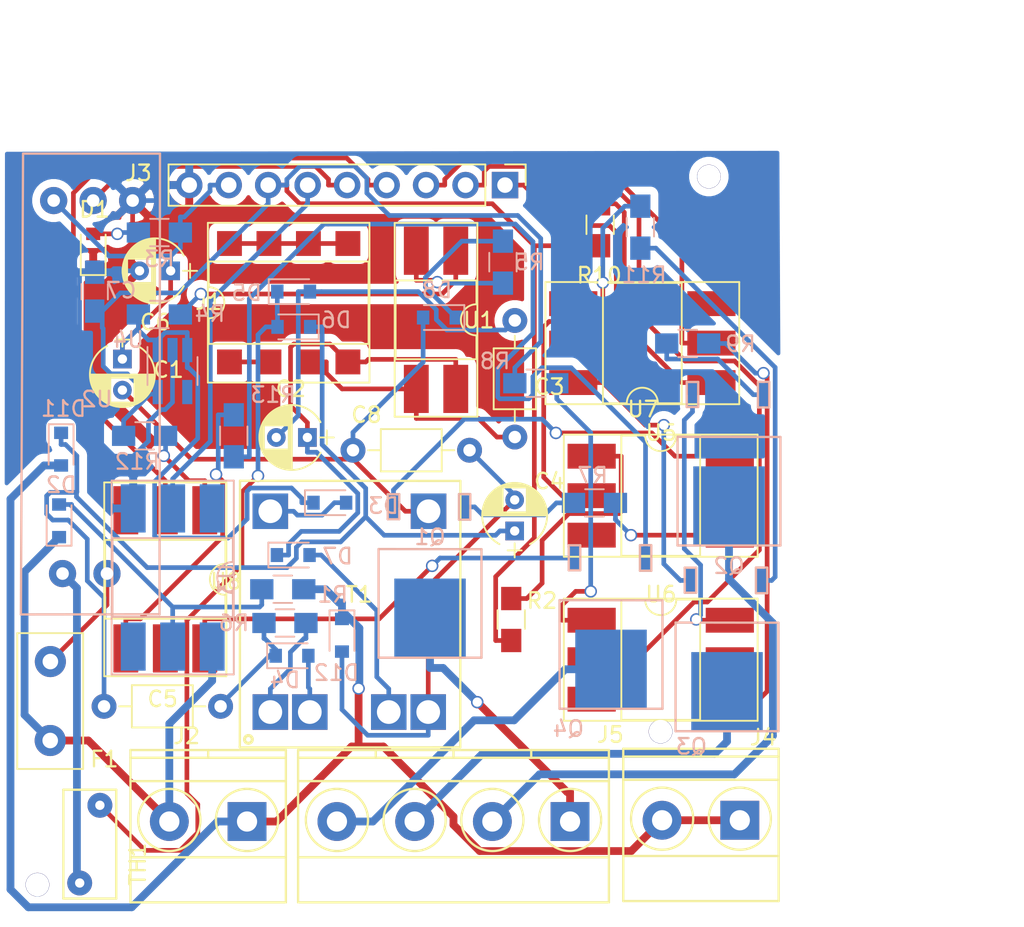
<source format=kicad_pcb>
(kicad_pcb (version 20171130) (host pcbnew 5.1.6-c6e7f7d~87~ubuntu18.04.1)
  (layers (0 F.Cu signal) (31 B.Cu signal) (34 B.Paste user) (35 F.Paste user) (36 B.SilkS user) (37 F.SilkS user) (38 B.Mask user) (39 F.Mask user) (44 Edge.Cuts user))
  (net 0 "")
  (net 1 "Net-(C3-Pad2)")
  (net 2 "Net-(C5-Pad2)")
  (net 3 /GND)
  (net 4 "Net-(D1-Pad2)")
  (net 5 "Net-(D2-Pad2)")
  (net 6 /Mains_Live_In)
  (net 7 "Net-(D3-Pad2)")
  (net 8 /5V)
  (net 9 "Net-(D4-Pad2)")
  (net 10 "Net-(D5-Pad1)")
  (net 11 "Net-(D7-Pad2)")
  (net 12 "Net-(D8-Pad1)")
  (net 13 /Mains_Neutral)
  (net 14 "Net-(F1-Pad2)")
  (net 15 "Net-(J1-Pad1)")
  (net 16 "Net-(J1-Pad5)")
  (net 17 /DSW2)
  (net 18 /DSW1)
  (net 19 /DSW3)
  (net 20 /DSW4)
  (net 21 /Energy_Sensor)
  (net 22 /Out2)
  (net 23 /Out1)
  (net 24 /Out3)
  (net 25 /Out4)
  (net 26 "Net-(Q1-Pad3)")
  (net 27 "Net-(Q1-Pad2)")
  (net 28 "Net-(Q2-Pad2)")
  (net 29 "Net-(Q2-Pad3)")
  (net 30 "Net-(Q3-Pad2)")
  (net 31 "Net-(Q3-Pad3)")
  (net 32 "Net-(Q4-Pad3)")
  (net 33 "Net-(Q4-Pad2)")
  (net 34 "Net-(R2-Pad1)")
  (net 35 /3.3V)
  (net 36 "Net-(R4-Pad1)")
  (net 37 "Net-(R5-Pad1)")
  (net 38 "Net-(R6-Pad1)")
  (net 39 "Net-(R7-Pad2)")
  (net 40 "Net-(R8-Pad1)")
  (net 41 "Net-(R9-Pad2)")
  (net 42 "Net-(R10-Pad1)")
  (net 43 "Net-(R11-Pad2)")
  (net 44 "Net-(R12-Pad1)")
  (net 45 "Net-(R13-Pad2)")
  (net 46 /Mains_Live_Out)
  (net 47 "Net-(U5-Pad3)")
  (net 48 "Net-(U5-Pad5)")
  (net 49 "Net-(U6-Pad5)")
  (net 50 "Net-(U6-Pad3)")
  (net 51 "Net-(U7-Pad3)")
  (net 52 "Net-(U7-Pad5)")
  (net 53 "Net-(U8-Pad5)")
  (net 54 "Net-(U8-Pad3)")
  (net 55 /Opto_In)
  (net 56 "Net-(U4-Pad4)")
  (net 57 "Net-(U3-Pad3)")
  (net 58 "Net-(U3-Pad6)")
  (net 59 "Net-(C1-Pad2)")
  (net 60 "Net-(C2-Pad2)")
  (net 61 "Net-(C4-Pad1)")
  (net 62 "Net-(C4-Pad2)")
  (net 63 "Net-(C2-Pad1)")
  (module Capacitors_THT:CP_Radial_D4.0mm_P2.00mm (layer F.Cu) (at 174.16 55.339 270)
    (fp_text reference C1 (at 0.68834 -2.9718 180) (layer F.SilkS))
    (fp_text value 4.7uF/400V hide)
    (pad 1 thru_hole rect (at 0 0 270) (size 1.2 1.2) (drill 0.6) (layers *.Cu *.Mask) (net 8 /5V))
    (pad 2 thru_hole circle (at 2 0 270) (size 1.2 1.2) (drill 0.6) (layers *.Cu *.Mask) (net 59 "Net-(C1-Pad2)"))
  )
  (module Custom_Libraries:ACS712 (layer B.Cu) (at 171.008 51.6407 270)
    (fp_text reference U2 (at 6.28142 -1.51892 180) (layer B.SilkS) (effects (justify mirror)))
    (fp_text value ACS712 hide)
    (pad 1 thru_hole circle (at 17.5 0.7 270) (size 1.75 1.75) (drill 0.8128) (layers *.Cu *.Mask) (net 46 /Mains_Live_Out))
    (pad 2 thru_hole circle (at 17.5 -2.16 270) (size 1.75 1.75) (drill 0.8128) (layers *.Cu *.Mask) (net 14 "Net-(F1-Pad2)"))
    (pad 4 thru_hole circle (at -6.5 -1.27 270) (size 1.75 1.75) (drill 0.8128) (layers *.Cu *.Mask) (net 21 /Energy_Sensor))
    (pad 3 thru_hole circle (at -6.5 1.27 270) (size 1.75 1.75) (drill 0.8128) (layers *.Cu *.Mask) (net 8 /5V))
    (pad 5 thru_hole circle (at -6.5 -3.81 270) (size 1.75 1.75) (drill 0.8128) (layers *.Cu *.Mask) (net 3 /GND))
  )
  (module Capacitors_SMD:C_0805_HandSoldering (layer B.Cu) (at 172.375 51.0029 270)
    (fp_text reference C7 (at -0.08096 -1.70688 180) (layer B.SilkS) (effects (justify mirror)))
    (fp_text value 2.2uf hide)
    (pad 1 smd rect (at -1.25 0 270) (size 1.5 1.25) (layers B.Cu B.Paste B.Mask) (net 3 /GND))
    (pad 2 smd rect (at 1.25 0 270) (size 1.5 1.25) (layers B.Cu B.Paste B.Mask) (net 35 /3.3V))
  )
  (module Custom_Libraries:MountingHole1.5mm (layer F.Cu) (at 208.788 79.3064)
    (fp_text reference M2 hide)
    (fp_text value MountingHole_1.5mm hide)
    (pad "" thru_hole circle (at 0 0) (size 1.524 1.524) (drill 1.5) (layers *.Cu *.Mask))
  )
  (module Custom_Libraries:MountingHole1.5mm (layer F.Cu) (at 168.694 89.1591)
    (fp_text reference M3 hide)
    (fp_text value MountingHole_1.5mm hide)
    (pad "" thru_hole circle (at 0 0) (size 1.524 1.524) (drill 1.5) (layers *.Cu *.Mask))
  )
  (module Custom_Libraries:MountingHole1.5mm (layer F.Cu) (at 211.894 43.5966)
    (fp_text reference M1 hide)
    (fp_text value MountingHole_1.5mm hide)
    (pad "" thru_hole circle (at 0 0) (size 1.524 1.524) (drill 1.5) (layers *.Cu *.Mask))
  )
  (module Resistors_SMD:R_0805_HandSoldering (layer B.Cu) (at 204.534 64.5947)
    (fp_text reference R7 (at -0.1143 -1.76784) (layer B.SilkS) (effects (justify mirror)))
    (fp_text value 470E hide)
    (pad 1 smd rect (at -1.35 0) (size 1.5 1.3) (layers B.Cu B.Paste B.Mask) (net 26 "Net-(Q1-Pad3)"))
    (pad 2 smd rect (at 1.35 0) (size 1.5 1.3) (layers B.Cu B.Paste B.Mask) (net 39 "Net-(R7-Pad2)"))
  )
  (module Housings_DIP:DIP-4_W8.89mm_SMDSocket_LongPads (layer F.Cu) (at 194.34 52.8142 270)
    (fp_text reference U1 (at 0.03048 -2.75336 180) (layer F.SilkS))
    (fp_text value EL817 hide)
    (pad 1 smd rect (at -4.445 -1.27 270) (size 3.1 1.6) (layers F.Cu F.Paste F.Mask) (net 36 "Net-(R4-Pad1)"))
    (pad 3 smd rect (at 4.445 1.27 270) (size 3.1 1.6) (layers F.Cu F.Paste F.Mask) (net 1 "Net-(C3-Pad2)"))
    (pad 2 smd rect (at -4.445 1.27 270) (size 3.1 1.6) (layers F.Cu F.Paste F.Mask) (net 37 "Net-(R5-Pad1)"))
    (pad 4 smd rect (at 4.445 -1.27 270) (size 3.1 1.6) (layers F.Cu F.Paste F.Mask) (net 63 "Net-(C2-Pad1)"))
  )
  (module Capacitors_THT:CP_Radial_D4.0mm_P2.00mm (layer F.Cu) (at 177.264 49.6621 180)
    (fp_text reference C6 (at 1 -3.31) (layer F.SilkS))
    (fp_text value 470uF/10V hide)
    (pad 1 thru_hole rect (at 0 0 180) (size 1.2 1.2) (drill 0.6) (layers *.Cu *.Mask) (net 8 /5V))
    (pad 2 thru_hole circle (at 2 0 180) (size 1.2 1.2) (drill 0.6) (layers *.Cu *.Mask) (net 3 /GND))
  )
  (module Capacitors_THT:CP_Radial_D4.0mm_P2.00mm (layer F.Cu) (at 199.4 66.4007 90)
    (fp_text reference C4 (at 3.19786 2.22504 180) (layer F.SilkS))
    (fp_text value 4.7uF/400V hide)
    (pad 1 thru_hole rect (at 0 0 90) (size 1.2 1.2) (drill 0.6) (layers *.Cu *.Mask) (net 61 "Net-(C4-Pad1)"))
    (pad 2 thru_hole circle (at 2 0 90) (size 1.2 1.2) (drill 0.6) (layers *.Cu *.Mask) (net 62 "Net-(C4-Pad2)"))
  )
  (module Capacitors_THT:CP_Radial_D4.0mm_P2.00mm (layer F.Cu) (at 186.063 60.3834 180)
    (fp_text reference C2 (at 1.06934 3.1242) (layer F.SilkS))
    (fp_text value 1uF/63V hide)
    (pad 1 thru_hole rect (at 0 0 180) (size 1.2 1.2) (drill 0.6) (layers *.Cu *.Mask) (net 63 "Net-(C2-Pad1)"))
    (pad 2 thru_hole circle (at 2 0 180) (size 1.2 1.2) (drill 0.6) (layers *.Cu *.Mask) (net 60 "Net-(C2-Pad2)"))
  )
  (module Housings_DIP:DIP-8_W7.62mm_SMDSocket_SmallPads (layer F.Cu) (at 184.859 51.7144 90)
    (fp_text reference J1 (at 0.05334 -5.14604 180) (layer F.SilkS))
    (fp_text value AP8022 hide)
    (pad 1 smd rect (at -3.81 -3.81 90) (size 1.6 1.6) (layers F.Cu F.Paste F.Mask) (net 15 "Net-(J1-Pad1)"))
    (pad 5 smd rect (at 3.81 3.81 90) (size 1.6 1.6) (layers F.Cu F.Paste F.Mask) (net 16 "Net-(J1-Pad5)"))
    (pad 2 smd rect (at -3.81 -1.27 90) (size 1.6 1.6) (layers F.Cu F.Paste F.Mask) (net 15 "Net-(J1-Pad1)"))
    (pad 6 smd rect (at 3.81 1.27 90) (size 1.6 1.6) (layers F.Cu F.Paste F.Mask) (net 16 "Net-(J1-Pad5)"))
    (pad 3 smd rect (at -3.81 1.27 90) (size 1.6 1.6) (layers F.Cu F.Paste F.Mask) (net 1 "Net-(C3-Pad2)"))
    (pad 7 smd rect (at 3.81 -1.27 90) (size 1.6 1.6) (layers F.Cu F.Paste F.Mask) (net 16 "Net-(J1-Pad5)"))
    (pad 4 smd rect (at -3.81 3.81 90) (size 1.6 1.6) (layers F.Cu F.Paste F.Mask) (net 63 "Net-(C2-Pad1)"))
    (pad 8 smd rect (at 3.81 -3.81 90) (size 1.6 1.6) (layers F.Cu F.Paste F.Mask) (net 16 "Net-(J1-Pad5)"))
  )
  (module Fuse_Holders_and_Fuses:Fuse_TE5_Littlefuse-395Series (layer F.Cu) (at 169.515 79.883 90)
    (fp_text reference F1 (at -1.204 3.48444 180) (layer F.SilkS))
    (fp_text value Fuse_Small hide)
    (pad 1 thru_hole circle (at 0 0 90) (size 2 2) (drill 1) (layers *.Cu *.Mask) (net 6 /Mains_Live_In))
    (pad 2 thru_hole circle (at 5.08 0.01 90) (size 2 2) (drill 1) (layers *.Cu *.Mask) (net 14 "Net-(F1-Pad2)"))
  )
  (module Housings_DIP:DIP-6_W8.89mm_SMDSocket_LongPads (layer F.Cu) (at 176.92 69.5122 270)
    (fp_text reference U8 (at 0.13462 -3.9024 180) (layer F.SilkS))
    (fp_text value MOC3021 hide)
    (pad 1 smd rect (at -4.445 -2.54 270) (size 3.1 1.6) (layers F.Cu F.Paste F.Mask) (net 44 "Net-(R12-Pad1)"))
    (pad 4 smd rect (at 4.445 2.54 270) (size 3.1 1.6) (layers F.Cu F.Paste F.Mask) (net 45 "Net-(R13-Pad2)"))
    (pad 2 smd rect (at -4.445 0 270) (size 3.1 1.6) (layers F.Cu F.Paste F.Mask) (net 20 /DSW4))
    (pad 5 smd rect (at 4.445 0 270) (size 3.1 1.6) (layers F.Cu F.Paste F.Mask) (net 53 "Net-(U8-Pad5)"))
    (pad 3 smd rect (at -4.445 2.54 270) (size 3.1 1.6) (layers F.Cu F.Paste F.Mask) (net 54 "Net-(U8-Pad3)"))
    (pad 6 smd rect (at 4.445 -2.54 270) (size 3.1 1.6) (layers F.Cu F.Paste F.Mask) (net 33 "Net-(Q4-Pad2)"))
  )
  (module Housings_DIP:DIP-6_W8.89mm_SMDSocket_LongPads (layer F.Cu) (at 207.615 54.3128 180)
    (fp_text reference U7 (at -0.04318 -4.2545) (layer F.SilkS))
    (fp_text value MOC3021 hide)
    (pad 1 smd rect (at -4.445 -2.54 180) (size 3.1 1.6) (layers F.Cu F.Paste F.Mask) (net 42 "Net-(R10-Pad1)"))
    (pad 4 smd rect (at 4.445 2.54 180) (size 3.1 1.6) (layers F.Cu F.Paste F.Mask) (net 43 "Net-(R11-Pad2)"))
    (pad 2 smd rect (at -4.445 0 180) (size 3.1 1.6) (layers F.Cu F.Paste F.Mask) (net 19 /DSW3))
    (pad 5 smd rect (at 4.445 0 180) (size 3.1 1.6) (layers F.Cu F.Paste F.Mask) (net 52 "Net-(U7-Pad5)"))
    (pad 3 smd rect (at -4.445 2.54 180) (size 3.1 1.6) (layers F.Cu F.Paste F.Mask) (net 51 "Net-(U7-Pad3)"))
    (pad 6 smd rect (at 4.445 -2.54 180) (size 3.1 1.6) (layers F.Cu F.Paste F.Mask) (net 30 "Net-(Q3-Pad2)"))
  )
  (module Housings_DIP:DIP-6_W8.89mm_SMDSocket_LongPads (layer F.Cu) (at 208.798 74.6836)
    (fp_text reference U6 (at 0.01778 -4.20878) (layer F.SilkS))
    (fp_text value MOC3021 hide)
    (pad 1 smd rect (at -4.445 -2.54) (size 3.1 1.6) (layers F.Cu F.Paste F.Mask) (net 40 "Net-(R8-Pad1)"))
    (pad 4 smd rect (at 4.445 2.54) (size 3.1 1.6) (layers F.Cu F.Paste F.Mask) (net 41 "Net-(R9-Pad2)"))
    (pad 2 smd rect (at -4.445 0) (size 3.1 1.6) (layers F.Cu F.Paste F.Mask) (net 17 /DSW2))
    (pad 5 smd rect (at 4.445 0) (size 3.1 1.6) (layers F.Cu F.Paste F.Mask) (net 49 "Net-(U6-Pad5)"))
    (pad 3 smd rect (at -4.445 2.54) (size 3.1 1.6) (layers F.Cu F.Paste F.Mask) (net 50 "Net-(U6-Pad3)"))
    (pad 6 smd rect (at 4.445 -2.54) (size 3.1 1.6) (layers F.Cu F.Paste F.Mask) (net 28 "Net-(Q2-Pad2)"))
  )
  (module Housings_DIP:DIP-6_W8.89mm_SMDSocket_LongPads (layer F.Cu) (at 208.798 64.1299)
    (fp_text reference U5 (at 0.02794 -4.04876) (layer F.SilkS))
    (fp_text value MOC3021 hide)
    (pad 1 smd rect (at -4.445 -2.54) (size 3.1 1.6) (layers F.Cu F.Paste F.Mask) (net 34 "Net-(R2-Pad1)"))
    (pad 4 smd rect (at 4.445 2.54) (size 3.1 1.6) (layers F.Cu F.Paste F.Mask) (net 39 "Net-(R7-Pad2)"))
    (pad 2 smd rect (at -4.445 0) (size 3.1 1.6) (layers F.Cu F.Paste F.Mask) (net 18 /DSW1))
    (pad 5 smd rect (at 4.445 0) (size 3.1 1.6) (layers F.Cu F.Paste F.Mask) (net 48 "Net-(U5-Pad5)"))
    (pad 3 smd rect (at -4.445 2.54) (size 3.1 1.6) (layers F.Cu F.Paste F.Mask) (net 47 "Net-(U5-Pad3)"))
    (pad 6 smd rect (at 4.445 -2.54) (size 3.1 1.6) (layers F.Cu F.Paste F.Mask) (net 27 "Net-(Q1-Pad2)"))
  )
  (module Housings_DIP:DIP-6_W8.89mm_SMDSocket_LongPads (layer B.Cu) (at 177.396 69.3954 90)
    (fp_text reference U3 (at -0.09394 3.47974 270) (layer B.SilkS) (effects (justify mirror)))
    (fp_text value 4N35 hide)
    (pad 1 smd rect (at -4.445 2.54 90) (size 3.1 1.6) (layers B.Cu B.Paste B.Mask) (net 6 /Mains_Live_In))
    (pad 4 smd rect (at 4.445 -2.54 90) (size 3.1 1.6) (layers B.Cu B.Paste B.Mask) (net 3 /GND))
    (pad 2 smd rect (at -4.445 0 90) (size 3.1 1.6) (layers B.Cu B.Paste B.Mask) (net 5 "Net-(D2-Pad2)"))
    (pad 5 smd rect (at 4.445 0 90) (size 3.1 1.6) (layers B.Cu B.Paste B.Mask) (net 55 /Opto_In))
    (pad 3 smd rect (at -4.445 -2.54 90) (size 3.1 1.6) (layers B.Cu B.Paste B.Mask) (net 57 "Net-(U3-Pad3)"))
    (pad 6 smd rect (at 4.445 2.54 90) (size 3.1 1.6) (layers B.Cu B.Paste B.Mask) (net 58 "Net-(U3-Pad6)"))
  )
  (module TO_SOT_Packages_SMD:SOT-23-5_HandSoldering (layer B.Cu) (at 177.383 56.1111 270)
    (fp_text reference U4 (at -2.02184 2.84734 180) (layer B.SilkS) (effects (justify mirror)))
    (fp_text value AP2112K-3.3 hide)
    (pad 1 smd rect (at -1.35 0.95 270) (size 1.56 0.65) (layers B.Cu B.Paste B.Mask) (net 8 /5V))
    (pad 2 smd rect (at -1.35 0 270) (size 1.56 0.65) (layers B.Cu B.Paste B.Mask) (net 3 /GND))
    (pad 3 smd rect (at -1.35 -0.95 270) (size 1.56 0.65) (layers B.Cu B.Paste B.Mask) (net 8 /5V))
    (pad 4 smd rect (at 1.35 -0.95 270) (size 1.56 0.65) (layers B.Cu B.Paste B.Mask) (net 56 "Net-(U4-Pad4)"))
    (pad 5 smd rect (at 1.35 0.95 270) (size 1.56 0.65) (layers B.Cu B.Paste B.Mask) (net 35 /3.3V))
  )
  (module Pin_Headers:Pin_Header_Straight_1x09_Pitch2.54mm (layer F.Cu) (at 198.78 44.1452 270)
    (fp_text reference J3 (at -0.7747 23.58644 180) (layer F.SilkS))
    (fp_text value Conn_01x09_Female hide)
    (pad 1 thru_hole rect (at 0 0 270) (size 1.7 1.7) (drill 1) (layers *.Cu *.Mask) (net 18 /DSW1))
    (pad 2 thru_hole oval (at 0 2.54 270) (size 1.7 1.7) (drill 1) (layers *.Cu *.Mask) (net 17 /DSW2))
    (pad 3 thru_hole oval (at 0 5.08 270) (size 1.7 1.7) (drill 1) (layers *.Cu *.Mask) (net 19 /DSW3))
    (pad 4 thru_hole oval (at 0 7.62 270) (size 1.7 1.7) (drill 1) (layers *.Cu *.Mask) (net 20 /DSW4))
    (pad 5 thru_hole oval (at 0 10.16 270) (size 1.7 1.7) (drill 1) (layers *.Cu *.Mask) (net 21 /Energy_Sensor))
    (pad 6 thru_hole oval (at 0 12.7 270) (size 1.7 1.7) (drill 1) (layers *.Cu *.Mask) (net 55 /Opto_In))
    (pad 7 thru_hole oval (at 0 15.24 270) (size 1.7 1.7) (drill 1) (layers *.Cu *.Mask) (net 35 /3.3V))
    (pad 8 thru_hole oval (at 0 17.78 270) (size 1.7 1.7) (drill 1) (layers *.Cu *.Mask) (net 8 /5V))
    (pad 9 thru_hole oval (at 0 20.32 270) (size 1.7 1.7) (drill 1) (layers *.Cu *.Mask) (net 3 /GND))
  )
  (module Capacitors_THT:C_Axial_L3.8mm_D2.6mm_P7.50mm_Horizontal (layer F.Cu) (at 199.41 52.8574 270)
    (fp_text reference C3 (at 4.26974 -2.2225 180) (layer F.SilkS))
    (fp_text value 47nf hide)
    (pad 1 thru_hole circle (at 0 0 270) (size 1.6 1.6) (drill 0.8) (layers *.Cu *.Mask) (net 60 "Net-(C2-Pad2)"))
    (pad 2 thru_hole oval (at 7.5 0 270) (size 1.6 1.6) (drill 0.8) (layers *.Cu *.Mask) (net 1 "Net-(C3-Pad2)"))
  )
  (module Capacitors_THT:C_Axial_L3.8mm_D2.6mm_P7.50mm_Horizontal (layer F.Cu) (at 172.979 77.6834)
    (fp_text reference C5 (at 3.76936 -0.46986) (layer F.SilkS))
    (fp_text value "2A222J / 2.2nF" hide)
    (pad 2 thru_hole oval (at 7.5 0) (size 1.6 1.6) (drill 0.8) (layers *.Cu *.Mask) (net 2 "Net-(C5-Pad2)"))
    (pad 1 thru_hole circle (at 0 0) (size 1.6 1.6) (drill 0.8) (layers *.Cu *.Mask) (net 61 "Net-(C4-Pad1)"))
  )
  (module Capacitors_THT:C_Axial_L3.8mm_D2.6mm_P7.50mm_Horizontal (layer F.Cu) (at 196.497 61.2064 180)
    (fp_text reference C8 (at 6.63454 2.27586) (layer F.SilkS))
    (fp_text value "2A222J / 2.2nF" hide)
    (pad 2 thru_hole oval (at 7.5 0 180) (size 1.6 1.6) (drill 0.8) (layers *.Cu *.Mask) (net 59 "Net-(C1-Pad2)"))
    (pad 1 thru_hole circle (at 0 0 180) (size 1.6 1.6) (drill 0.8) (layers *.Cu *.Mask) (net 62 "Net-(C4-Pad2)"))
  )
  (module Diodes_SMD:D_0805 (layer F.Cu) (at 172.281 48.3337 90)
    (fp_text reference D1 (at 2.6162 0.07874 180) (layer F.SilkS))
    (fp_text value LED1 hide)
    (pad 1 smd rect (at -1.05 0 90) (size 0.8 0.9) (layers F.Cu F.Paste F.Mask) (net 3 /GND))
    (pad 2 smd rect (at 1.05 0 90) (size 0.8 0.9) (layers F.Cu F.Paste F.Mask) (net 4 "Net-(D1-Pad2)"))
  )
  (module Diodes_SMD:D_0805 (layer B.Cu) (at 170.086 65.7479 90)
    (fp_text reference D2 (at 2.3114 0.13462 180) (layer B.SilkS) (effects (justify mirror)))
    (fp_text value IN4148 hide)
    (pad 2 smd rect (at 1.05 0 90) (size 0.8 0.9) (layers B.Cu B.Paste B.Mask) (net 5 "Net-(D2-Pad2)"))
    (pad 1 smd rect (at -1.05 0 90) (size 0.8 0.9) (layers B.Cu B.Paste B.Mask) (net 6 /Mains_Live_In))
  )
  (module Diodes_SMD:D_0805 (layer B.Cu) (at 187.505 64.582)
    (fp_text reference D3 (at 3.45186 0.19812) (layer B.SilkS) (effects (justify mirror)))
    (fp_text value SR360 hide)
    (pad 2 smd rect (at 1.05 0) (size 0.8 0.9) (layers B.Cu B.Paste B.Mask) (net 7 "Net-(D3-Pad2)"))
    (pad 1 smd rect (at -1.05 0) (size 0.8 0.9) (layers B.Cu B.Paste B.Mask) (net 8 /5V))
  )
  (module Diodes_SMD:D_0805 (layer B.Cu) (at 185.075 74.4296)
    (fp_text reference D4 (at -0.45466 1.5621) (layer B.SilkS) (effects (justify mirror)))
    (fp_text value FR107 hide)
    (pad 2 smd rect (at 1.05 0) (size 0.8 0.9) (layers B.Cu B.Paste B.Mask) (net 9 "Net-(D4-Pad2)"))
    (pad 1 smd rect (at -1.05 0) (size 0.8 0.9) (layers B.Cu B.Paste B.Mask) (net 2 "Net-(C5-Pad2)"))
  )
  (module Diodes_SMD:D_0805 (layer B.Cu) (at 185.176 51.0007)
    (fp_text reference D5 (at -3.02006 0.0762) (layer B.SilkS) (effects (justify mirror)))
    (fp_text value IN4007 hide)
    (pad 1 smd rect (at -1.05 0) (size 0.8 0.9) (layers B.Cu B.Paste B.Mask) (net 10 "Net-(D5-Pad1)"))
    (pad 2 smd rect (at 1.05 0) (size 0.8 0.9) (layers B.Cu B.Paste B.Mask) (net 60 "Net-(C2-Pad2)"))
  )
  (module Diodes_SMD:D_0805 (layer B.Cu) (at 185.191 53.2689 180)
    (fp_text reference D6 (at -2.72034 0.4445) (layer B.SilkS) (effects (justify mirror)))
    (fp_text value IN4007 hide)
    (pad 1 smd rect (at -1.05 0 180) (size 0.8 0.9) (layers B.Cu B.Paste B.Mask) (net 61 "Net-(C4-Pad1)"))
    (pad 2 smd rect (at 1.05 0 180) (size 0.8 0.9) (layers B.Cu B.Paste B.Mask) (net 10 "Net-(D5-Pad1)"))
  )
  (module Diodes_SMD:D_0805 (layer B.Cu) (at 185.152 67.9501)
    (fp_text reference D7 (at 2.85242 0.07874) (layer B.SilkS) (effects (justify mirror)))
    (fp_text value IN4148 hide)
    (pad 2 smd rect (at 1.05 0) (size 0.8 0.9) (layers B.Cu B.Paste B.Mask) (net 11 "Net-(D7-Pad2)"))
    (pad 1 smd rect (at -1.05 0) (size 0.8 0.9) (layers B.Cu B.Paste B.Mask) (net 63 "Net-(C2-Pad1)"))
  )
  (module Diodes_SMD:D_0805 (layer B.Cu) (at 194.559 52.6669 180)
    (fp_text reference D8 (at 0.161 1.77292) (layer B.SilkS) (effects (justify mirror)))
    (fp_text value "PH C4V3" hide)
    (pad 1 smd rect (at -1.05 0 180) (size 0.8 0.9) (layers B.Cu B.Paste B.Mask) (net 12 "Net-(D8-Pad1)"))
    (pad 2 smd rect (at 1.05 0 180) (size 0.8 0.9) (layers B.Cu B.Paste B.Mask) (net 59 "Net-(C1-Pad2)"))
  )
  (module Diodes_SMD:D_0805 (layer B.Cu) (at 170.216 61.1353 270)
    (fp_text reference D11 (at -2.60604 -0.15494 180) (layer B.SilkS) (effects (justify mirror)))
    (fp_text value IN4007 hide)
    (pad 2 smd rect (at 1.05 0 270) (size 0.8 0.9) (layers B.Cu B.Paste B.Mask) (net 13 /Mains_Neutral))
    (pad 1 smd rect (at -1.05 0 270) (size 0.8 0.9) (layers B.Cu B.Paste B.Mask) (net 61 "Net-(C4-Pad1)"))
  )
  (module Diodes_SMD:D_0805 (layer B.Cu) (at 188.288 73.1114 270)
    (fp_text reference D12 (at 2.41554 0.35814 180) (layer B.SilkS) (effects (justify mirror)))
    (fp_text value IN4007 hide)
    (pad 1 smd rect (at -1.05 0 270) (size 0.8 0.9) (layers B.Cu B.Paste B.Mask) (net 13 /Mains_Neutral))
    (pad 2 smd rect (at 1.05 0 270) (size 0.8 0.9) (layers B.Cu B.Paste B.Mask) (net 62 "Net-(C4-Pad2)"))
  )
  (module TerminalBlocks_Phoenix:TerminalBlock_Phoenix_MKDS1.5-2pol (layer F.Cu) (at 182.179 85.0951 180)
    (fp_text reference J2 (at 3.88576 5.50162) (layer F.SilkS))
    (fp_text value Screw_Terminal_01x02 hide)
    (pad 2 thru_hole circle (at 5 0 180) (size 2.5 2.5) (drill 1.3) (layers *.Cu *.Mask) (net 6 /Mains_Live_In))
    (pad 1 thru_hole rect (at 0 0 180) (size 2.5 2.5) (drill 1.3) (layers *.Cu *.Mask) (net 13 /Mains_Neutral))
  )
  (module TerminalBlocks_Phoenix:TerminalBlock_Phoenix_MKDS1.5-2pol (layer F.Cu) (at 213.886 85.0138 180)
    (fp_text reference J4 (at -1.50876 5.334) (layer F.SilkS))
    (fp_text value Screw_Terminal_01x02 hide)
    (pad 1 thru_hole rect (at 0 0 180) (size 2.5 2.5) (drill 1.3) (layers *.Cu *.Mask) (net 13 /Mains_Neutral))
    (pad 2 thru_hole circle (at 5 0 180) (size 2.5 2.5) (drill 1.3) (layers *.Cu *.Mask) (net 13 /Mains_Neutral))
  )
  (module TerminalBlocks_Phoenix:TerminalBlock_Phoenix_MKDS1.5-4pol (layer F.Cu) (at 202.964 85.0951 180)
    (fp_text reference J5 (at -2.59588 5.58546) (layer F.SilkS))
    (fp_text value Screw_Terminal_01x04 hide)
    (pad 2 thru_hole circle (at 5 0 180) (size 2.5 2.5) (drill 1.3) (layers *.Cu *.Mask) (net 22 /Out2))
    (pad 1 thru_hole rect (at 0 0 180) (size 2.5 2.5) (drill 1.3) (layers *.Cu *.Mask) (net 23 /Out1))
    (pad 3 thru_hole circle (at 10 0 180) (size 2.5 2.5) (drill 1.3) (layers *.Cu *.Mask) (net 24 /Out3))
    (pad 4 thru_hole circle (at 15 0 180) (size 2.5 2.5) (drill 1.3) (layers *.Cu *.Mask) (net 25 /Out4))
  )
  (module Custom_Libraries:BT136S (layer B.Cu) (at 193.894 71.0941)
    (fp_text reference Q1 (at 0.05746 -4.30732) (layer B.SilkS) (effects (justify mirror)))
    (fp_text value BT136-500 hide)
    (pad 3 smd rect (at 2.28 -6.24) (size 0.6 1.5) (layers B.Cu B.Paste B.Mask) (net 26 "Net-(Q1-Pad3)"))
    (pad 2 smd rect (at -2.29 -6.24) (size 0.6 1.5) (layers B.Cu B.Paste B.Mask) (net 27 "Net-(Q1-Pad2)"))
    (pad 1 smd rect (at 0.06 0.92) (size 4.6 5.1) (layers B.Cu B.Paste B.Mask) (net 23 /Out1))
  )
  (module Custom_Libraries:BT136S (layer B.Cu) (at 213.131 63.8734)
    (fp_text reference Q2 (at 0.06 4.77) (layer B.SilkS) (effects (justify mirror)))
    (fp_text value BT136-500 hide)
    (pad 1 smd rect (at 0.06 0.92) (size 4.6 5.1) (layers B.Cu B.Paste B.Mask) (net 22 /Out2))
    (pad 2 smd rect (at -2.29 -6.24) (size 0.6 1.5) (layers B.Cu B.Paste B.Mask) (net 28 "Net-(Q2-Pad2)"))
    (pad 3 smd rect (at 2.28 -6.24) (size 0.6 1.5) (layers B.Cu B.Paste B.Mask) (net 29 "Net-(Q2-Pad3)"))
  )
  (module Custom_Libraries:BT136S (layer B.Cu) (at 213.003 75.8236)
    (fp_text reference Q3 (at -2.22872 4.44548) (layer B.SilkS) (effects (justify mirror)))
    (fp_text value BT136-500 hide)
    (pad 1 smd rect (at 0.06 0.92) (size 4.6 5.1) (layers B.Cu B.Paste B.Mask) (net 24 /Out3))
    (pad 2 smd rect (at -2.29 -6.24) (size 0.6 1.5) (layers B.Cu B.Paste B.Mask) (net 30 "Net-(Q3-Pad2)"))
    (pad 3 smd rect (at 2.28 -6.24) (size 0.6 1.5) (layers B.Cu B.Paste B.Mask) (net 31 "Net-(Q3-Pad3)"))
  )
  (module Custom_Libraries:BT136S (layer B.Cu) (at 205.54 74.3808)
    (fp_text reference Q4 (at -2.68574 4.74524) (layer B.SilkS) (effects (justify mirror)))
    (fp_text value BT136-500 hide)
    (pad 3 smd rect (at 2.28 -6.24) (size 0.6 1.5) (layers B.Cu B.Paste B.Mask) (net 32 "Net-(Q4-Pad3)"))
    (pad 2 smd rect (at -2.29 -6.24) (size 0.6 1.5) (layers B.Cu B.Paste B.Mask) (net 33 "Net-(Q4-Pad2)"))
    (pad 1 smd rect (at 0.06 0.92) (size 4.6 5.1) (layers B.Cu B.Paste B.Mask) (net 25 /Out4))
  )
  (module Resistors_SMD:R_0805_HandSoldering (layer B.Cu) (at 184.479 70.1497)
    (fp_text reference R1 (at 3.2143 0.34292) (layer B.SilkS) (effects (justify mirror)))
    (fp_text value 220K hide)
    (pad 2 smd rect (at 1.35 0) (size 1.5 1.3) (layers B.Cu B.Paste B.Mask) (net 13 /Mains_Neutral))
    (pad 1 smd rect (at -1.35 0) (size 1.5 1.3) (layers B.Cu B.Paste B.Mask) (net 5 "Net-(D2-Pad2)"))
  )
  (module Resistors_SMD:R_0805_HandSoldering (layer F.Cu) (at 199.179 72.0979 270)
    (fp_text reference R2 (at -1.21158 -1.97612 180) (layer F.SilkS))
    (fp_text value 100E hide)
    (pad 1 smd rect (at -1.35 0 270) (size 1.5 1.3) (layers F.Cu F.Paste F.Mask) (net 34 "Net-(R2-Pad1)"))
    (pad 2 smd rect (at 1.35 0 270) (size 1.5 1.3) (layers F.Cu F.Paste F.Mask) (net 35 /3.3V))
  )
  (module Resistors_SMD:R_0805_HandSoldering (layer B.Cu) (at 176.54 47.1983)
    (fp_text reference R3 (at 0 1.7) (layer B.SilkS) (effects (justify mirror)))
    (fp_text value 2.2K hide)
    (pad 1 smd rect (at -1.35 0) (size 1.5 1.3) (layers B.Cu B.Paste B.Mask) (net 4 "Net-(D1-Pad2)"))
    (pad 2 smd rect (at 1.35 0) (size 1.5 1.3) (layers B.Cu B.Paste B.Mask) (net 8 /5V))
  )
  (module Resistors_SMD:R_0805_HandSoldering (layer B.Cu) (at 176.538 52.4688 180)
    (fp_text reference R4 (at -3.2512 0.04064) (layer B.SilkS) (effects (justify mirror)))
    (fp_text value "330 R" hide)
    (pad 1 smd rect (at -1.35 0 180) (size 1.5 1.3) (layers B.Cu B.Paste B.Mask) (net 36 "Net-(R4-Pad1)"))
    (pad 2 smd rect (at 1.35 0 180) (size 1.5 1.3) (layers B.Cu B.Paste B.Mask) (net 8 /5V))
  )
  (module Resistors_SMD:R_0805_HandSoldering (layer B.Cu) (at 198.646 49.1033 90)
    (fp_text reference R5 (at 0 1.7 180) (layer B.SilkS) (effects (justify mirror)))
    (fp_text value "330 R" hide)
    (pad 2 smd rect (at 1.35 0 90) (size 1.5 1.3) (layers B.Cu B.Paste B.Mask) (net 12 "Net-(D8-Pad1)"))
    (pad 1 smd rect (at -1.35 0 90) (size 1.5 1.3) (layers B.Cu B.Paste B.Mask) (net 37 "Net-(R5-Pad1)"))
  )
  (module Resistors_SMD:R_0805_HandSoldering (layer B.Cu) (at 184.62 72.3214 180)
    (fp_text reference R6 (at 3.28676 0) (layer B.SilkS) (effects (justify mirror)))
    (fp_text value 100K hide)
    (pad 2 smd rect (at 1.35 0 180) (size 1.5 1.3) (layers B.Cu B.Paste B.Mask) (net 2 "Net-(C5-Pad2)"))
    (pad 1 smd rect (at -1.35 0 180) (size 1.5 1.3) (layers B.Cu B.Paste B.Mask) (net 38 "Net-(R6-Pad1)"))
  )
  (module Resistors_SMD:R_0805_HandSoldering (layer B.Cu) (at 200.759 56.896 180)
    (fp_text reference R8 (at 2.62382 1.42494) (layer B.SilkS) (effects (justify mirror)))
    (fp_text value 100E hide)
    (pad 2 smd rect (at 1.35 0 180) (size 1.5 1.3) (layers B.Cu B.Paste B.Mask) (net 35 /3.3V))
    (pad 1 smd rect (at -1.35 0 180) (size 1.5 1.3) (layers B.Cu B.Paste B.Mask) (net 40 "Net-(R8-Pad1)"))
  )
  (module Resistors_SMD:R_0805_HandSoldering (layer B.Cu) (at 210.534 54.3357)
    (fp_text reference R9 (at 3.39852 0.03302) (layer B.SilkS) (effects (justify mirror)))
    (fp_text value 470E hide)
    (pad 1 smd rect (at -1.35 0) (size 1.5 1.3) (layers B.Cu B.Paste B.Mask) (net 29 "Net-(Q2-Pad3)"))
    (pad 2 smd rect (at 1.35 0) (size 1.5 1.3) (layers B.Cu B.Paste B.Mask) (net 41 "Net-(R9-Pad2)"))
  )
  (module Resistors_SMD:R_0805_HandSoldering (layer F.Cu) (at 204.899 46.6979 270)
    (fp_text reference R10 (at 3.25882 0.05588 180) (layer F.SilkS))
    (fp_text value 100E hide)
    (pad 2 smd rect (at 1.35 0 270) (size 1.5 1.3) (layers F.Cu F.Paste F.Mask) (net 35 /3.3V))
    (pad 1 smd rect (at -1.35 0 270) (size 1.5 1.3) (layers F.Cu F.Paste F.Mask) (net 42 "Net-(R10-Pad1)"))
  )
  (module Resistors_SMD:R_0805_HandSoldering (layer B.Cu) (at 207.485 46.8528 90)
    (fp_text reference R11 (at -3.07594 0.23876 180) (layer B.SilkS) (effects (justify mirror)))
    (fp_text value 470E hide)
    (pad 1 smd rect (at -1.35 0 90) (size 1.5 1.3) (layers B.Cu B.Paste B.Mask) (net 31 "Net-(Q3-Pad3)"))
    (pad 2 smd rect (at 1.35 0 90) (size 1.5 1.3) (layers B.Cu B.Paste B.Mask) (net 43 "Net-(R11-Pad2)"))
  )
  (module Resistors_SMD:R_0805_HandSoldering (layer B.Cu) (at 175.588 60.2793 180)
    (fp_text reference R12 (at 0.46644 -1.65862) (layer B.SilkS) (effects (justify mirror)))
    (fp_text value 100E hide)
    (pad 2 smd rect (at 1.35 0 180) (size 1.5 1.3) (layers B.Cu B.Paste B.Mask) (net 35 /3.3V))
    (pad 1 smd rect (at -1.35 0 180) (size 1.5 1.3) (layers B.Cu B.Paste B.Mask) (net 44 "Net-(R12-Pad1)"))
  )
  (module Resistors_SMD:R_0805_HandSoldering (layer B.Cu) (at 181.326 60.278 90)
    (fp_text reference R13 (at 2.6416 2.53238 180) (layer B.SilkS) (effects (justify mirror)))
    (fp_text value 470E hide)
    (pad 1 smd rect (at -1.35 0 90) (size 1.5 1.3) (layers B.Cu B.Paste B.Mask) (net 32 "Net-(Q4-Pad3)"))
    (pad 2 smd rect (at 1.35 0 90) (size 1.5 1.3) (layers B.Cu B.Paste B.Mask) (net 45 "Net-(R13-Pad2)"))
  )
  (module Custom_Libraries:Transformer (layer F.Cu) (at 191.298 70.4317 90)
    (fp_text reference T1 (at -0.06096 -1.89738 180) (layer F.SilkS))
    (fp_text value F12-090 hide)
    (pad 5 thru_hole rect (at 5.3 2.56 90) (size 2.286 2.286) (drill 1.524) (layers *.Cu *.Mask) (net 59 "Net-(C1-Pad2)"))
    (pad 6 thru_hole rect (at 5.3 -7.62 90) (size 2.286 2.286) (drill 1.524) (layers *.Cu *.Mask) (net 7 "Net-(D3-Pad2)"))
    (pad 4 thru_hole rect (at -7.62 2.54 90) (size 2.286 2.286) (drill 1.524) (layers *.Cu *.Mask) (net 62 "Net-(C4-Pad2)"))
    (pad 3 thru_hole rect (at -7.62 0 90) (size 2.286 2.286) (drill 1.524) (layers *.Cu *.Mask) (net 11 "Net-(D7-Pad2)"))
    (pad 2 thru_hole rect (at -7.62 -5.08 90) (size 2.286 2.286) (drill 1.524) (layers *.Cu *.Mask) (net 9 "Net-(D4-Pad2)"))
    (pad 1 thru_hole rect (at -7.62 -7.62 90) (size 2.286 2.286) (drill 1.524) (layers *.Cu *.Mask) (net 38 "Net-(R6-Pad1)"))
  )
  (module Varistors:RV_Disc_D7_W3.4_P5 (layer F.Cu) (at 172.712 84.0511 270)
    (fp_text reference TH1 (at 3.78968 -2.43586 90) (layer F.SilkS))
    (fp_text value NTC hide)
    (pad 2 thru_hole circle (at 5 1.3 270) (size 1.6 1.6) (drill 0.6) (layers *.Cu *.Mask) (net 46 /Mains_Live_Out))
    (pad 1 thru_hole circle (at 0 0 270) (size 1.6 1.6) (drill 0.6) (layers *.Cu *.Mask) (net 10 "Net-(D5-Pad1)"))
  )
  (segment (start 193.07 57.2592) (end 193.07 59.1595) (width 0.3) (layer F.Cu) (net 1))
  (segment (start 199.41 60.3574) (end 198.2597 60.3574) (width 0.3) (layer F.Cu) (net 1))
  (segment (start 198.2597 60.3574) (end 197.0618 59.1595) (width 0.3) (layer F.Cu) (net 1))
  (segment (start 197.0618 59.1595) (end 193.07 59.1595) (width 0.3) (layer F.Cu) (net 1))
  (segment (start 186.129 55.5244) (end 187.2793 55.5244) (width 0.3) (layer F.Cu) (net 1))
  (segment (start 187.2793 55.5244) (end 187.2793 56.2433) (width 0.3) (layer F.Cu) (net 1))
  (segment (start 187.2793 56.2433) (end 188.2952 57.2592) (width 0.3) (layer F.Cu) (net 1))
  (segment (start 188.2952 57.2592) (end 193.07 57.2592) (width 0.3) (layer F.Cu) (net 1))
  (segment (start 183.27 72.3214) (end 183.27 73.3217) (width 0.3) (layer B.Cu) (net 2))
  (segment (start 183.27 73.3217) (end 183.3173 73.3217) (width 0.3) (layer B.Cu) (net 2))
  (segment (start 183.3173 73.3217) (end 184.025 74.0294) (width 0.3) (layer B.Cu) (net 2))
  (segment (start 184.025 74.0294) (end 180.479 77.5754) (width 0.3) (layer B.Cu) (net 2))
  (segment (start 180.479 77.5754) (end 180.479 77.6834) (width 0.3) (layer B.Cu) (net 2))
  (segment (start 184.025 74.4296) (end 184.025 74.0294) (width 0.3) (layer B.Cu) (net 2))
  (segment (start 178.46 44.1452) (end 177.2597 44.1452) (width 0.3) (layer B.Cu) (net 3))
  (segment (start 174.818 45.1407) (end 176.2642 45.1407) (width 0.3) (layer B.Cu) (net 3))
  (segment (start 176.2642 45.1407) (end 177.2597 44.1452) (width 0.3) (layer B.Cu) (net 3))
  (segment (start 174.818 49.3837) (end 174.9856 49.3837) (width 0.3) (layer F.Cu) (net 3))
  (segment (start 174.9856 49.3837) (end 175.264 49.6621) (width 0.3) (layer F.Cu) (net 3))
  (segment (start 172.281 49.3837) (end 174.818 49.3837) (width 0.3) (layer F.Cu) (net 3))
  (segment (start 174.818 49.3837) (end 174.818 45.1407) (width 0.3) (layer F.Cu) (net 3))
  (segment (start 172.375 49.7529) (end 171.3997 49.7529) (width 0.3) (layer B.Cu) (net 3))
  (segment (start 174.835 61.6118) (end 173.6355 61.6118) (width 0.3) (layer B.Cu) (net 3))
  (segment (start 173.6355 61.6118) (end 171.3997 59.376) (width 0.3) (layer B.Cu) (net 3))
  (segment (start 171.3997 59.376) (end 171.3997 49.7529) (width 0.3) (layer B.Cu) (net 3))
  (segment (start 174.835 61.6118) (end 174.835 63.0291) (width 0.3) (layer B.Cu) (net 3))
  (segment (start 174.835 63.0291) (end 174.856 63.0501) (width 0.3) (layer B.Cu) (net 3))
  (segment (start 177.383 54.7611) (end 177.383 58.1155) (width 0.3) (layer B.Cu) (net 3))
  (segment (start 177.383 58.1155) (end 176.907 58.5915) (width 0.3) (layer B.Cu) (net 3))
  (segment (start 176.907 58.5915) (end 176.6395 58.5915) (width 0.3) (layer B.Cu) (net 3))
  (segment (start 176.6395 58.5915) (end 175.8376 59.3934) (width 0.3) (layer B.Cu) (net 3))
  (segment (start 175.8376 59.3934) (end 175.8376 60.6092) (width 0.3) (layer B.Cu) (net 3))
  (segment (start 175.8376 60.6092) (end 174.835 61.6118) (width 0.3) (layer B.Cu) (net 3))
  (segment (start 175.264 49.6621) (end 173.4411 49.6621) (width 0.3) (layer B.Cu) (net 3))
  (segment (start 173.4411 49.6621) (end 173.3503 49.7529) (width 0.3) (layer B.Cu) (net 3))
  (segment (start 172.375 49.7529) (end 173.3503 49.7529) (width 0.3) (layer B.Cu) (net 3))
  (segment (start 174.856 64.9504) (end 174.856 63.0501) (width 0.3) (layer B.Cu) (net 3))
  (segment (start 172.281 47.2837) (end 173.8346 47.2837) (width 0.3) (layer F.Cu) (net 4))
  (segment (start 174.0897 47.1983) (end 174.0043 47.2837) (width 0.3) (layer B.Cu) (net 4))
  (segment (start 174.0043 47.2837) (end 173.8346 47.2837) (width 0.3) (layer B.Cu) (net 4))
  (segment (start 175.19 47.1983) (end 174.0897 47.1983) (width 0.3) (layer B.Cu) (net 4))
  (via (at 173.8346 47.2837) (size 0.8) (layers F.Cu B.Cu) (net 4))
  (segment (start 170.086 64.6979) (end 170.8863 64.6979) (width 0.3) (layer B.Cu) (net 5))
  (segment (start 183.129 70.1497) (end 183.129 71.15) (width 0.3) (layer B.Cu) (net 5))
  (segment (start 177.396 71.2937) (end 182.9853 71.2937) (width 0.3) (layer B.Cu) (net 5))
  (segment (start 182.9853 71.2937) (end 183.129 71.15) (width 0.3) (layer B.Cu) (net 5))
  (segment (start 170.8863 64.6979) (end 170.8863 64.784) (width 0.3) (layer B.Cu) (net 5))
  (segment (start 170.8863 64.784) (end 177.396 71.2937) (width 0.3) (layer B.Cu) (net 5))
  (segment (start 177.396 71.2937) (end 177.396 71.9401) (width 0.3) (layer B.Cu) (net 5))
  (segment (start 177.396 73.8404) (end 177.396 71.9401) (width 0.3) (layer B.Cu) (net 5))
  (segment (start 177.179 85.0951) (end 171.9669 79.883) (width 0.5) (layer F.Cu) (net 6))
  (segment (start 171.9669 79.883) (end 169.515 79.883) (width 0.5) (layer F.Cu) (net 6))
  (segment (start 169.515 79.883) (end 167.8651 78.2331) (width 0.5) (layer B.Cu) (net 6))
  (segment (start 167.8651 78.2331) (end 167.8651 69.0188) (width 0.5) (layer B.Cu) (net 6))
  (segment (start 167.8651 69.0188) (end 170.086 66.7979) (width 0.5) (layer B.Cu) (net 6))
  (segment (start 179.936 73.8404) (end 179.936 76.0407) (width 0.5) (layer B.Cu) (net 6))
  (segment (start 177.179 85.0951) (end 177.179 78.7977) (width 0.5) (layer B.Cu) (net 6))
  (segment (start 177.179 78.7977) (end 179.936 76.0407) (width 0.5) (layer B.Cu) (net 6))
  (segment (start 188.555 64.582) (end 187.8047 64.582) (width 0.3) (layer B.Cu) (net 7))
  (segment (start 183.678 65.1317) (end 185.1713 65.1317) (width 0.3) (layer B.Cu) (net 7))
  (segment (start 185.1713 65.1317) (end 185.422 65.3824) (width 0.3) (layer B.Cu) (net 7))
  (segment (start 185.422 65.3824) (end 187.0043 65.3824) (width 0.3) (layer B.Cu) (net 7))
  (segment (start 187.0043 65.3824) (end 187.8047 64.582) (width 0.3) (layer B.Cu) (net 7))
  (segment (start 178.333 54.7611) (end 178.333 55.8914) (width 0.3) (layer B.Cu) (net 8))
  (segment (start 186.455 64.582) (end 185.7047 64.582) (width 0.3) (layer B.Cu) (net 8))
  (segment (start 185.7047 64.582) (end 185.7047 64.3006) (width 0.3) (layer B.Cu) (net 8))
  (segment (start 185.7047 64.3006) (end 185.0424 63.6383) (width 0.3) (layer B.Cu) (net 8))
  (segment (start 185.0424 63.6383) (end 182.39 63.6383) (width 0.3) (layer B.Cu) (net 8))
  (segment (start 182.39 63.6383) (end 182.1846 63.8437) (width 0.3) (layer B.Cu) (net 8))
  (segment (start 182.1846 63.8437) (end 182.1846 65.6292) (width 0.3) (layer B.Cu) (net 8))
  (segment (start 182.1846 65.6292) (end 180.963 66.8508) (width 0.3) (layer B.Cu) (net 8))
  (segment (start 180.963 66.8508) (end 176.3644 66.8508) (width 0.3) (layer B.Cu) (net 8))
  (segment (start 176.3644 66.8508) (end 176.2343 66.7207) (width 0.3) (layer B.Cu) (net 8))
  (segment (start 176.2343 66.7207) (end 176.2343 63.2184) (width 0.3) (layer B.Cu) (net 8))
  (segment (start 176.2343 63.2184) (end 179.0083 60.4444) (width 0.3) (layer B.Cu) (net 8))
  (segment (start 179.0083 60.4444) (end 179.0083 56.4822) (width 0.3) (layer B.Cu) (net 8))
  (segment (start 179.0083 56.4822) (end 178.4175 55.8914) (width 0.3) (layer B.Cu) (net 8))
  (segment (start 178.4175 55.8914) (end 178.333 55.8914) (width 0.3) (layer B.Cu) (net 8))
  (segment (start 177.264 48.7118) (end 173.3091 48.7118) (width 0.3) (layer B.Cu) (net 8))
  (segment (start 173.3091 48.7118) (end 169.738 45.1407) (width 0.3) (layer B.Cu) (net 8))
  (segment (start 177.264 48.8369) (end 177.264 48.7118) (width 0.3) (layer B.Cu) (net 8))
  (segment (start 177.264 49.6621) (end 177.264 48.8369) (width 0.3) (layer B.Cu) (net 8))
  (segment (start 174.16 55.339) (end 174.16 54.3887) (width 0.3) (layer F.Cu) (net 8))
  (segment (start 174.16 54.3887) (end 177.264 51.2847) (width 0.3) (layer F.Cu) (net 8))
  (segment (start 177.264 51.2847) (end 177.264 49.6621) (width 0.3) (layer F.Cu) (net 8))
  (segment (start 176.433 54.1107) (end 176.9129 53.6308) (width 0.3) (layer B.Cu) (net 8))
  (segment (start 176.9129 53.6308) (end 178.333 53.6308) (width 0.3) (layer B.Cu) (net 8))
  (segment (start 176.433 54.1959) (end 176.433 54.1107) (width 0.3) (layer B.Cu) (net 8))
  (segment (start 176.433 54.1107) (end 175.8296 54.1107) (width 0.3) (layer B.Cu) (net 8))
  (segment (start 175.8296 54.1107) (end 175.188 53.4691) (width 0.3) (layer B.Cu) (net 8))
  (segment (start 175.188 52.4688) (end 175.188 53.4691) (width 0.3) (layer B.Cu) (net 8))
  (segment (start 174.16 55.339) (end 174.16 54.3887) (width 0.3) (layer B.Cu) (net 8))
  (segment (start 174.16 54.3887) (end 175.0796 53.4691) (width 0.3) (layer B.Cu) (net 8))
  (segment (start 175.0796 53.4691) (end 175.188 53.4691) (width 0.3) (layer B.Cu) (net 8))
  (segment (start 177.89 47.1983) (end 177.89 48.1986) (width 0.3) (layer B.Cu) (net 8))
  (segment (start 177.89 48.1986) (end 177.7772 48.1986) (width 0.3) (layer B.Cu) (net 8))
  (segment (start 177.7772 48.1986) (end 177.264 48.7118) (width 0.3) (layer B.Cu) (net 8))
  (segment (start 177.89 46.6981) (end 177.89 47.1983) (width 0.3) (layer B.Cu) (net 8))
  (segment (start 177.89 46.6981) (end 177.89 46.198) (width 0.3) (layer B.Cu) (net 8))
  (segment (start 178.333 54.7611) (end 178.333 53.6308) (width 0.3) (layer B.Cu) (net 8))
  (segment (start 176.433 54.7611) (end 176.433 54.1959) (width 0.3) (layer B.Cu) (net 8))
  (segment (start 181 44.1452) (end 179.7997 44.1452) (width 0.3) (layer B.Cu) (net 8))
  (segment (start 179.7997 44.1452) (end 179.7997 44.5384) (width 0.3) (layer B.Cu) (net 8))
  (segment (start 179.7997 44.5384) (end 178.1401 46.198) (width 0.3) (layer B.Cu) (net 8))
  (segment (start 178.1401 46.198) (end 177.89 46.198) (width 0.3) (layer B.Cu) (net 8))
  (segment (start 186.218 78.0517) (end 186.218 76.5584) (width 0.3) (layer B.Cu) (net 9))
  (segment (start 186.218 76.5584) (end 186.125 76.4654) (width 0.3) (layer B.Cu) (net 9))
  (segment (start 186.125 76.4654) (end 186.125 74.4296) (width 0.3) (layer B.Cu) (net 9))
  (segment (start 172.712 84.0511) (end 175.6118 86.9509) (width 0.3) (layer F.Cu) (net 10))
  (segment (start 175.6118 86.9509) (end 177.8699 86.9509) (width 0.3) (layer F.Cu) (net 10))
  (segment (start 177.8699 86.9509) (end 179.0102 85.8106) (width 0.3) (layer F.Cu) (net 10))
  (segment (start 179.0102 85.8106) (end 179.0102 83.9953) (width 0.3) (layer F.Cu) (net 10))
  (segment (start 179.0102 83.9953) (end 178.3096 83.2947) (width 0.3) (layer F.Cu) (net 10))
  (segment (start 178.3096 83.2947) (end 178.3096 72.1375) (width 0.3) (layer F.Cu) (net 10))
  (segment (start 178.3096 72.1375) (end 181.8515 68.5956) (width 0.3) (layer F.Cu) (net 10))
  (segment (start 181.8515 68.5956) (end 181.8515 63.8889) (width 0.3) (layer F.Cu) (net 10))
  (segment (start 181.8515 63.8889) (end 182.8852 62.8552) (width 0.3) (layer F.Cu) (net 10))
  (segment (start 183.3907 53.2689) (end 182.8852 53.7744) (width 0.3) (layer B.Cu) (net 10))
  (segment (start 182.8852 53.7744) (end 182.8852 62.8552) (width 0.3) (layer B.Cu) (net 10))
  (segment (start 184.141 53.2689) (end 183.3907 53.2689) (width 0.3) (layer B.Cu) (net 10))
  (segment (start 184.141 52.8687) (end 184.141 53.2689) (width 0.3) (layer B.Cu) (net 10))
  (segment (start 184.141 52.8687) (end 184.141 52.4686) (width 0.3) (layer B.Cu) (net 10))
  (segment (start 184.141 52.4686) (end 184.126 52.4536) (width 0.3) (layer B.Cu) (net 10))
  (segment (start 184.126 52.4536) (end 184.126 51.0007) (width 0.3) (layer B.Cu) (net 10))
  (via (at 182.8852 62.8552) (size 0.8) (layers F.Cu B.Cu) (net 10))
  (segment (start 186.9523 67.9501) (end 190.5276 71.5254) (width 0.3) (layer B.Cu) (net 11))
  (segment (start 190.5276 71.5254) (end 190.5276 75.788) (width 0.3) (layer B.Cu) (net 11))
  (segment (start 190.5276 75.788) (end 191.298 76.5584) (width 0.3) (layer B.Cu) (net 11))
  (segment (start 186.202 67.9501) (end 186.9523 67.9501) (width 0.3) (layer B.Cu) (net 11))
  (segment (start 191.298 78.0517) (end 191.298 76.5584) (width 0.3) (layer B.Cu) (net 11))
  (segment (start 198.646 47.7533) (end 195.9952 47.7533) (width 0.3) (layer B.Cu) (net 12))
  (segment (start 195.9952 47.7533) (end 193.6596 50.0889) (width 0.3) (layer B.Cu) (net 12))
  (segment (start 193.6596 50.0889) (end 193.6596 50.7175) (width 0.3) (layer B.Cu) (net 12))
  (segment (start 193.6596 50.7175) (end 195.609 52.6669) (width 0.3) (layer B.Cu) (net 12))
  (segment (start 170.216 62.1853) (end 169.1157 62.1853) (width 0.5) (layer B.Cu) (net 13))
  (segment (start 182.179 85.0951) (end 180.2787 85.0951) (width 0.5) (layer B.Cu) (net 13))
  (segment (start 180.2787 85.0951) (end 174.7606 90.6132) (width 0.5) (layer B.Cu) (net 13))
  (segment (start 174.7606 90.6132) (end 168.1085 90.6132) (width 0.5) (layer B.Cu) (net 13))
  (segment (start 168.1085 90.6132) (end 166.9593 89.464) (width 0.5) (layer B.Cu) (net 13))
  (segment (start 166.9593 89.464) (end 166.9593 64.3417) (width 0.5) (layer B.Cu) (net 13))
  (segment (start 166.9593 64.3417) (end 169.1157 62.1853) (width 0.5) (layer B.Cu) (net 13))
  (segment (start 208.886 85.0138) (end 211.9857 85.0138) (width 0.5) (layer F.Cu) (net 13))
  (segment (start 189.3576 80.2684) (end 190.9507 80.2684) (width 0.5) (layer F.Cu) (net 13))
  (segment (start 190.9507 80.2684) (end 195.464 84.7817) (width 0.5) (layer F.Cu) (net 13))
  (segment (start 195.464 84.7817) (end 195.464 85.3107) (width 0.5) (layer F.Cu) (net 13))
  (segment (start 195.464 85.3107) (end 197.1488 86.9955) (width 0.5) (layer F.Cu) (net 13))
  (segment (start 197.1488 86.9955) (end 206.9043 86.9955) (width 0.5) (layer F.Cu) (net 13))
  (segment (start 206.9043 86.9955) (end 208.886 85.0138) (width 0.5) (layer F.Cu) (net 13))
  (segment (start 213.886 85.0138) (end 211.9857 85.0138) (width 0.5) (layer F.Cu) (net 13))
  (segment (start 189.3576 80.2684) (end 188.906 80.2684) (width 0.5) (layer F.Cu) (net 13))
  (segment (start 188.906 80.2684) (end 184.0793 85.0951) (width 0.5) (layer F.Cu) (net 13))
  (segment (start 189.3576 80.2684) (end 189.3576 76.5348) (width 0.5) (layer F.Cu) (net 13))
  (segment (start 188.288 71.5362) (end 189.4076 72.6558) (width 0.5) (layer B.Cu) (net 13))
  (segment (start 189.4076 72.6558) (end 189.4076 76.4848) (width 0.5) (layer B.Cu) (net 13))
  (segment (start 189.4076 76.4848) (end 189.3576 76.5348) (width 0.5) (layer B.Cu) (net 13))
  (segment (start 182.179 85.0951) (end 184.0793 85.0951) (width 0.5) (layer F.Cu) (net 13))
  (segment (start 188.288 71.5362) (end 188.288 71.0111) (width 0.5) (layer B.Cu) (net 13))
  (segment (start 188.288 72.0614) (end 188.288 71.5362) (width 0.5) (layer B.Cu) (net 13))
  (segment (start 185.829 70.1497) (end 187.2293 70.1497) (width 0.5) (layer B.Cu) (net 13))
  (segment (start 187.2293 70.1497) (end 188.0907 71.0111) (width 0.5) (layer B.Cu) (net 13))
  (segment (start 188.0907 71.0111) (end 188.288 71.0111) (width 0.5) (layer B.Cu) (net 13))
  (via (at 189.3576 76.5348) (size 0.8) (layers F.Cu B.Cu) (net 13))
  (segment (start 169.525 74.803) (end 173.168 71.16) (width 0.3) (layer F.Cu) (net 14))
  (segment (start 173.168 71.16) (end 173.168 69.1407) (width 0.3) (layer F.Cu) (net 14))
  (segment (start 183.589 55.5244) (end 181.049 55.5244) (width 0.3) (layer F.Cu) (net 15))
  (segment (start 186.129 47.9044) (end 188.669 47.9044) (width 0.3) (layer F.Cu) (net 16))
  (segment (start 183.589 47.9044) (end 186.129 47.9044) (width 0.3) (layer F.Cu) (net 16))
  (segment (start 181.049 47.9044) (end 183.589 47.9044) (width 0.3) (layer F.Cu) (net 16))
  (segment (start 210.9435 70.9687) (end 207.2286 74.6836) (width 0.3) (layer F.Cu) (net 17))
  (segment (start 207.2286 74.6836) (end 204.353 74.6836) (width 0.3) (layer F.Cu) (net 17))
  (segment (start 207.4002 45.8842) (end 207.4002 52.5006) (width 0.3) (layer F.Cu) (net 17))
  (segment (start 210.3628 55.4632) (end 213.5465 55.4632) (width 0.3) (layer F.Cu) (net 17))
  (segment (start 211.798 70.9687) (end 210.9435 70.9687) (width 0.3) (layer F.Cu) (net 17))
  (segment (start 215.1434 57.0601) (end 215.1434 67.6233) (width 0.3) (layer F.Cu) (net 17))
  (segment (start 207.4002 52.5006) (end 210.3628 55.4632) (width 0.3) (layer F.Cu) (net 17))
  (segment (start 201.43086 44.12618) (end 205.64218 44.12618) (width 0.3) (layer F.Cu) (net 17))
  (segment (start 205.64218 44.12618) (end 207.4002 45.8842) (width 0.3) (layer F.Cu) (net 17))
  (segment (start 213.5465 55.4632) (end 215.1434 57.0601) (width 0.3) (layer F.Cu) (net 17))
  (segment (start 215.1434 67.6233) (end 211.798 70.9687) (width 0.3) (layer F.Cu) (net 17))
  (segment (start 197.7405 42.9448) (end 201.32142 42.9448) (width 0.3) (layer F.Cu) (net 17))
  (segment (start 196.24 44.1452) (end 197.4403 44.1452) (width 0.3) (layer F.Cu) (net 17))
  (segment (start 197.4403 44.1452) (end 197.4403 43.245) (width 0.3) (layer F.Cu) (net 17))
  (segment (start 197.4403 43.245) (end 197.7405 42.9448) (width 0.3) (layer F.Cu) (net 17))
  (segment (start 201.32142 44.01674) (end 201.43086 44.12618) (width 0.3) (layer F.Cu) (net 17))
  (segment (start 201.32142 42.9448) (end 201.32142 44.01674) (width 0.3) (layer F.Cu) (net 17))
  (segment (start 204.353 64.1299) (end 202.4527 64.1299) (width 0.3) (layer F.Cu) (net 18))
  (segment (start 198.78 44.1452) (end 199.9803 44.1452) (width 0.3) (layer F.Cu) (net 18))
  (segment (start 199.9803 44.1452) (end 202.585 46.7499) (width 0.3) (layer F.Cu) (net 18))
  (segment (start 202.585 46.7499) (end 205.4967 46.7499) (width 0.3) (layer F.Cu) (net 18))
  (segment (start 205.4967 46.7499) (end 205.9382 47.1914) (width 0.3) (layer F.Cu) (net 18))
  (segment (start 205.9382 47.1914) (end 205.9382 51.8519) (width 0.3) (layer F.Cu) (net 18))
  (segment (start 205.9382 51.8519) (end 204.8669 52.9232) (width 0.3) (layer F.Cu) (net 18))
  (segment (start 204.8669 52.9232) (end 201.6167 52.9232) (width 0.3) (layer F.Cu) (net 18))
  (segment (start 201.6167 52.9232) (end 201.2696 53.2703) (width 0.3) (layer F.Cu) (net 18))
  (segment (start 201.2696 53.2703) (end 201.2696 62.9468) (width 0.3) (layer F.Cu) (net 18))
  (segment (start 201.2696 62.9468) (end 202.4527 64.1299) (width 0.3) (layer F.Cu) (net 18))
  (segment (start 210.1597 54.3128) (end 212.06 54.3128) (width 0.3) (layer F.Cu) (net 19))
  (segment (start 205.84967 43.62617) (end 210.1597 47.9362) (width 0.3) (layer F.Cu) (net 19))
  (segment (start 210.1597 47.9362) (end 210.1597 54.3128) (width 0.3) (layer F.Cu) (net 19))
  (segment (start 201.91389 43.62617) (end 205.84967 43.62617) (width 0.3) (layer F.Cu) (net 19))
  (segment (start 193.7 44.1452) (end 194.9003 44.1452) (width 0.3) (layer F.Cu) (net 19))
  (segment (start 194.9003 44.1452) (end 194.9003 43.7701) (width 0.3) (layer F.Cu) (net 19))
  (segment (start 194.9003 43.7701) (end 196.2259 42.4445) (width 0.3) (layer F.Cu) (net 19))
  (segment (start 196.2259 42.4445) (end 201.8803 42.4445) (width 0.3) (layer F.Cu) (net 19))
  (segment (start 201.8803 42.4445) (end 201.8803 43.59258) (width 0.3) (layer F.Cu) (net 19))
  (segment (start 201.8803 43.59258) (end 201.91389 43.62617) (width 0.3) (layer F.Cu) (net 19))
  (segment (start 176.92 65.0672) (end 176.92 63.1669) (width 0.3) (layer F.Cu) (net 20))
  (segment (start 191.16 44.1452) (end 189.9597 44.1452) (width 0.3) (layer F.Cu) (net 20))
  (segment (start 189.9597 44.1452) (end 189.9597 43.7701) (width 0.3) (layer F.Cu) (net 20))
  (segment (start 189.9597 43.7701) (end 188.595 42.4054) (width 0.3) (layer F.Cu) (net 20))
  (segment (start 188.595 42.4054) (end 173.2586 42.4054) (width 0.3) (layer F.Cu) (net 20))
  (segment (start 173.2586 42.4054) (end 171.008 44.656) (width 0.3) (layer F.Cu) (net 20))
  (segment (start 171.008 44.656) (end 171.008 57.2549) (width 0.3) (layer F.Cu) (net 20))
  (segment (start 171.008 57.2549) (end 176.92 63.1669) (width 0.3) (layer F.Cu) (net 20))
  (segment (start 188.62 44.1452) (end 187.4197 44.1452) (width 0.3) (layer F.Cu) (net 21))
  (segment (start 187.4197 44.1452) (end 187.4197 43.77) (width 0.3) (layer F.Cu) (net 21))
  (segment (start 187.4197 43.77) (end 186.5946 42.9449) (width 0.3) (layer F.Cu) (net 21))
  (segment (start 186.5946 42.9449) (end 174.4738 42.9449) (width 0.3) (layer F.Cu) (net 21))
  (segment (start 174.4738 42.9449) (end 172.278 45.1407) (width 0.3) (layer F.Cu) (net 21))
  (segment (start 213.191 64.7934) (end 213.191 69.5014) (width 0.5) (layer B.Cu) (net 22))
  (segment (start 213.191 69.5014) (end 216.0134 72.3238) (width 0.5) (layer B.Cu) (net 22))
  (segment (start 216.0134 72.3238) (end 216.0134 79.5824) (width 0.5) (layer B.Cu) (net 22))
  (segment (start 216.0134 79.5824) (end 213.5384 82.0574) (width 0.5) (layer B.Cu) (net 22))
  (segment (start 213.5384 82.0574) (end 201.0017 82.0574) (width 0.5) (layer B.Cu) (net 22))
  (segment (start 201.0017 82.0574) (end 197.964 85.0951) (width 0.5) (layer B.Cu) (net 22))
  (segment (start 193.954 72.0141) (end 193.954 75.2144) (width 0.5) (layer B.Cu) (net 23))
  (segment (start 196.9927 77.4139) (end 202.7736 83.1948) (width 0.5) (layer F.Cu) (net 23))
  (segment (start 202.7736 83.1948) (end 202.964 83.1948) (width 0.5) (layer F.Cu) (net 23))
  (segment (start 193.954 75.2144) (end 194.7932 75.2144) (width 0.5) (layer B.Cu) (net 23))
  (segment (start 194.7932 75.2144) (end 196.9927 77.4139) (width 0.5) (layer B.Cu) (net 23))
  (segment (start 202.964 85.0951) (end 202.964 83.1948) (width 0.5) (layer F.Cu) (net 23))
  (via (at 196.9927 77.4139) (size 0.8) (layers F.Cu B.Cu) (net 23))
  (segment (start 213.063 79.9439) (end 212.269 80.7379) (width 0.5) (layer B.Cu) (net 24))
  (segment (start 212.269 80.7379) (end 197.3212 80.7379) (width 0.5) (layer B.Cu) (net 24))
  (segment (start 197.3212 80.7379) (end 192.964 85.0951) (width 0.5) (layer B.Cu) (net 24))
  (segment (start 213.063 76.7436) (end 213.063 79.9439) (width 0.5) (layer B.Cu) (net 24))
  (segment (start 205.6 75.3008) (end 202.6497 75.3008) (width 0.5) (layer B.Cu) (net 25))
  (segment (start 187.964 85.0951) (end 190.2765 85.0951) (width 0.5) (layer B.Cu) (net 25))
  (segment (start 190.2765 85.0951) (end 196.7881 78.5835) (width 0.5) (layer B.Cu) (net 25))
  (segment (start 196.7881 78.5835) (end 199.367 78.5835) (width 0.5) (layer B.Cu) (net 25))
  (segment (start 199.367 78.5835) (end 202.6497 75.3008) (width 0.5) (layer B.Cu) (net 25))
  (segment (start 203.184 64.5947) (end 202.0837 64.5947) (width 0.3) (layer B.Cu) (net 26))
  (segment (start 196.174 64.8541) (end 196.8243 64.8541) (width 0.3) (layer B.Cu) (net 26))
  (segment (start 196.8243 64.8541) (end 197.332 65.3618) (width 0.3) (layer B.Cu) (net 26))
  (segment (start 197.332 65.3618) (end 201.3166 65.3618) (width 0.3) (layer B.Cu) (net 26))
  (segment (start 201.3166 65.3618) (end 202.0837 64.5947) (width 0.3) (layer B.Cu) (net 26))
  (segment (start 191.604 64.8541) (end 191.604 63.7538) (width 0.3) (layer B.Cu) (net 27))
  (segment (start 213.243 61.5899) (end 209.7177 61.5899) (width 0.3) (layer F.Cu) (net 27))
  (segment (start 209.7177 61.5899) (end 208.2213 60.0935) (width 0.3) (layer F.Cu) (net 27))
  (segment (start 208.2213 60.0935) (end 202.0533 60.0935) (width 0.3) (layer F.Cu) (net 27))
  (segment (start 191.604 63.7538) (end 196.1508 59.207) (width 0.3) (layer B.Cu) (net 27))
  (segment (start 196.1508 59.207) (end 201.1668 59.207) (width 0.3) (layer B.Cu) (net 27))
  (segment (start 201.1668 59.207) (end 202.0533 60.0935) (width 0.3) (layer B.Cu) (net 27))
  (via (at 202.0533 60.0935) (size 0.8) (layers F.Cu B.Cu) (net 27))
  (segment (start 210.841 57.6334) (end 210.841 58.7337) (width 0.3) (layer B.Cu) (net 28))
  (segment (start 211.0861 72.0921) (end 211.2912 72.0921) (width 0.3) (layer F.Cu) (net 28))
  (segment (start 211.2912 72.0921) (end 211.3427 72.1436) (width 0.3) (layer F.Cu) (net 28))
  (segment (start 210.841 58.7337) (end 210.3129 59.2618) (width 0.3) (layer B.Cu) (net 28))
  (segment (start 210.3129 59.2618) (end 210.3129 67.5435) (width 0.3) (layer B.Cu) (net 28))
  (segment (start 210.3129 67.5435) (end 211.3634 68.594) (width 0.3) (layer B.Cu) (net 28))
  (segment (start 211.3634 68.594) (end 211.3634 71.8148) (width 0.3) (layer B.Cu) (net 28))
  (segment (start 211.3634 71.8148) (end 211.0861 72.0921) (width 0.3) (layer B.Cu) (net 28))
  (segment (start 213.243 72.1436) (end 211.3427 72.1436) (width 0.3) (layer F.Cu) (net 28))
  (via (at 211.0861 72.0921) (size 0.8) (layers F.Cu B.Cu) (net 28))
  (segment (start 215.411 57.6334) (end 214.7607 57.6334) (width 0.3) (layer B.Cu) (net 29))
  (segment (start 209.184 54.3357) (end 209.184 55.336) (width 0.3) (layer B.Cu) (net 29))
  (segment (start 214.7607 57.6334) (end 212.4633 55.336) (width 0.3) (layer B.Cu) (net 29))
  (segment (start 212.4633 55.336) (end 209.184 55.336) (width 0.3) (layer B.Cu) (net 29))
  (segment (start 210.713 69.5836) (end 210.0627 69.5836) (width 0.3) (layer B.Cu) (net 30))
  (segment (start 203.17 56.8528) (end 205.0703 56.8528) (width 0.3) (layer F.Cu) (net 30))
  (segment (start 208.9949 59.5911) (end 207.8086 59.5911) (width 0.3) (layer F.Cu) (net 30))
  (segment (start 207.8086 59.5911) (end 205.0703 56.8528) (width 0.3) (layer F.Cu) (net 30))
  (segment (start 210.0627 69.5836) (end 208.9949 68.5158) (width 0.3) (layer B.Cu) (net 30))
  (segment (start 208.9949 68.5158) (end 208.9949 59.5911) (width 0.3) (layer B.Cu) (net 30))
  (via (at 208.9949 59.5911) (size 0.8) (layers F.Cu B.Cu) (net 30))
  (segment (start 215.9333 69.5836) (end 216.1606 69.3563) (width 0.3) (layer B.Cu) (net 31))
  (segment (start 216.1606 69.3563) (end 216.1606 55.8781) (width 0.3) (layer B.Cu) (net 31))
  (segment (start 216.1606 55.8781) (end 208.4853 48.2028) (width 0.3) (layer B.Cu) (net 31))
  (segment (start 207.485 48.2028) (end 208.4853 48.2028) (width 0.3) (layer B.Cu) (net 31))
  (segment (start 215.283 69.5836) (end 215.9333 69.5836) (width 0.3) (layer B.Cu) (net 31))
  (segment (start 181.326 61.628) (end 182.3263 61.628) (width 0.3) (layer B.Cu) (net 32))
  (segment (start 207.82 68.1408) (end 207.82 60.6853) (width 0.3) (layer B.Cu) (net 32))
  (segment (start 207.82 60.6853) (end 203.0303 55.8956) (width 0.3) (layer B.Cu) (net 32))
  (segment (start 203.0303 55.8956) (end 201.155 55.8956) (width 0.3) (layer B.Cu) (net 32))
  (segment (start 201.155 55.8956) (end 200.5763 56.4743) (width 0.3) (layer B.Cu) (net 32))
  (segment (start 200.5763 56.4743) (end 200.5763 57.6298) (width 0.3) (layer B.Cu) (net 32))
  (segment (start 200.5763 57.6298) (end 200.3097 57.8964) (width 0.3) (layer B.Cu) (net 32))
  (segment (start 200.3097 57.8964) (end 198.4336 57.8964) (width 0.3) (layer B.Cu) (net 32))
  (segment (start 198.4336 57.8964) (end 198.3086 57.7714) (width 0.3) (layer B.Cu) (net 32))
  (segment (start 198.3086 57.7714) (end 198.3086 55.9535) (width 0.3) (layer B.Cu) (net 32))
  (segment (start 198.3086 55.9535) (end 200.5765 53.6856) (width 0.3) (layer B.Cu) (net 32))
  (segment (start 200.5765 53.6856) (end 200.5765 47.7881) (width 0.3) (layer B.Cu) (net 32))
  (segment (start 200.5765 47.7881) (end 199.4413 46.6529) (width 0.3) (layer B.Cu) (net 32))
  (segment (start 199.4413 46.6529) (end 187.1279 46.6529) (width 0.3) (layer B.Cu) (net 32))
  (segment (start 187.1279 46.6529) (end 182.3263 51.4545) (width 0.3) (layer B.Cu) (net 32))
  (segment (start 182.3263 51.4545) (end 182.3263 61.628) (width 0.3) (layer B.Cu) (net 32))
  (segment (start 194.0897 68.6459) (end 190.6787 72.0569) (width 0.3) (layer F.Cu) (net 33))
  (segment (start 190.6787 72.0569) (end 179.46 72.0569) (width 0.3) (layer F.Cu) (net 33))
  (segment (start 203.25 68.1408) (end 194.5948 68.1408) (width 0.3) (layer B.Cu) (net 33))
  (segment (start 194.5948 68.1408) (end 194.0897 68.6459) (width 0.3) (layer B.Cu) (net 33))
  (segment (start 179.46 73.9572) (end 179.46 72.0569) (width 0.3) (layer F.Cu) (net 33))
  (via (at 194.0897 68.6459) (size 0.8) (layers F.Cu B.Cu) (net 33))
  (segment (start 199.179 70.7479) (end 200.1793 70.7479) (width 0.3) (layer F.Cu) (net 34))
  (segment (start 200.1793 70.7479) (end 201.1651 69.7621) (width 0.3) (layer F.Cu) (net 34))
  (segment (start 201.1651 69.7621) (end 201.1651 67.0015) (width 0.3) (layer F.Cu) (net 34))
  (segment (start 201.1651 67.0015) (end 202.8863 65.2803) (width 0.3) (layer F.Cu) (net 34))
  (segment (start 202.8863 65.2803) (end 206.1176 65.2803) (width 0.3) (layer F.Cu) (net 34))
  (segment (start 206.1176 65.2803) (end 206.2533 65.1446) (width 0.3) (layer F.Cu) (net 34))
  (segment (start 206.2533 65.1446) (end 206.2533 61.5899) (width 0.3) (layer F.Cu) (net 34))
  (segment (start 204.353 61.5899) (end 206.2533 61.5899) (width 0.3) (layer F.Cu) (net 34))
  (segment (start 183.54 44.1452) (end 184.7403 44.1452) (width 0.3) (layer F.Cu) (net 35))
  (segment (start 184.7403 44.1452) (end 184.7403 44.5204) (width 0.3) (layer F.Cu) (net 35))
  (segment (start 184.7403 44.5204) (end 185.5654 45.3455) (width 0.3) (layer F.Cu) (net 35))
  (segment (start 185.5654 45.3455) (end 197.9624 45.3455) (width 0.3) (layer F.Cu) (net 35))
  (segment (start 197.9624 45.3455) (end 200.6648 48.0479) (width 0.3) (layer F.Cu) (net 35))
  (segment (start 199.409 55.8957) (end 201.0768 54.2279) (width 0.3) (layer B.Cu) (net 35))
  (segment (start 201.0768 54.2279) (end 201.0768 47.5809) (width 0.3) (layer B.Cu) (net 35))
  (segment (start 201.0768 47.5809) (end 199.5987 46.1028) (width 0.3) (layer B.Cu) (net 35))
  (segment (start 199.5987 46.1028) (end 191.3354 46.1028) (width 0.3) (layer B.Cu) (net 35))
  (segment (start 191.3354 46.1028) (end 189.89 44.6574) (width 0.3) (layer B.Cu) (net 35))
  (segment (start 189.89 44.6574) (end 189.89 43.7058) (width 0.3) (layer B.Cu) (net 35))
  (segment (start 189.89 43.7058) (end 189.1006 42.9164) (width 0.3) (layer B.Cu) (net 35))
  (segment (start 189.1006 42.9164) (end 185.596 42.9164) (width 0.3) (layer B.Cu) (net 35))
  (segment (start 185.596 42.9164) (end 184.7403 43.7721) (width 0.3) (layer B.Cu) (net 35))
  (segment (start 184.7403 43.7721) (end 184.7403 44.1452) (width 0.3) (layer B.Cu) (net 35))
  (segment (start 183.54 44.1452) (end 184.7403 44.1452) (width 0.3) (layer B.Cu) (net 35))
  (segment (start 199.409 56.896) (end 199.409 55.8957) (width 0.3) (layer B.Cu) (net 35))
  (segment (start 199.179 73.4479) (end 198.1787 73.4479) (width 0.3) (layer F.Cu) (net 35))
  (segment (start 200.6648 48.0479) (end 200.6648 66.8523) (width 0.3) (layer F.Cu) (net 35))
  (segment (start 200.6648 66.8523) (end 198.1787 69.3384) (width 0.3) (layer F.Cu) (net 35))
  (segment (start 198.1787 69.3384) (end 198.1787 73.4479) (width 0.3) (layer F.Cu) (net 35))
  (segment (start 200.6648 48.0479) (end 204.0757 48.0479) (width 0.3) (layer F.Cu) (net 35))
  (segment (start 172.8627 52.2529) (end 174.0344 51.0812) (width 0.3) (layer B.Cu) (net 35))
  (segment (start 174.0344 51.0812) (end 177.8043 51.0812) (width 0.3) (layer B.Cu) (net 35))
  (segment (start 177.8043 51.0812) (end 183.54 45.3455) (width 0.3) (layer B.Cu) (net 35))
  (segment (start 172.8627 52.2529) (end 172.8627 53.3219) (width 0.3) (layer B.Cu) (net 35))
  (segment (start 172.8627 53.3219) (end 172.9247 53.3839) (width 0.3) (layer B.Cu) (net 35))
  (segment (start 172.9247 53.3839) (end 172.9247 55.7991) (width 0.3) (layer B.Cu) (net 35))
  (segment (start 172.9247 55.7991) (end 173.415 56.2894) (width 0.3) (layer B.Cu) (net 35))
  (segment (start 173.415 56.2894) (end 174.4705 56.2894) (width 0.3) (layer B.Cu) (net 35))
  (segment (start 174.4705 56.2894) (end 175.8491 57.6679) (width 0.3) (layer B.Cu) (net 35))
  (segment (start 183.54 44.1452) (end 183.54 45.3455) (width 0.3) (layer B.Cu) (net 35))
  (segment (start 175.8491 57.6679) (end 175.9244 57.5926) (width 0.3) (layer B.Cu) (net 35))
  (segment (start 175.9244 57.5926) (end 176.3015 57.5926) (width 0.3) (layer B.Cu) (net 35))
  (segment (start 176.3015 57.5926) (end 176.433 57.4611) (width 0.3) (layer B.Cu) (net 35))
  (segment (start 174.238 59.279) (end 175.8491 57.6679) (width 0.3) (layer B.Cu) (net 35))
  (segment (start 172.375 52.2529) (end 172.8627 52.2529) (width 0.3) (layer B.Cu) (net 35))
  (segment (start 174.238 60.2793) (end 174.238 59.279) (width 0.3) (layer B.Cu) (net 35))
  (segment (start 204.899 48.0479) (end 204.0757 48.0479) (width 0.3) (layer F.Cu) (net 35))
  (segment (start 179.2046 51.1522) (end 194.7273 51.1522) (width 0.3) (layer F.Cu) (net 36))
  (segment (start 194.7273 51.1522) (end 195.61 50.2695) (width 0.3) (layer F.Cu) (net 36))
  (segment (start 177.888 52.4688) (end 179.2046 51.1522) (width 0.3) (layer B.Cu) (net 36))
  (segment (start 195.61 48.3692) (end 195.61 50.2695) (width 0.3) (layer F.Cu) (net 36))
  (via (at 179.2046 51.1522) (size 0.8) (layers F.Cu B.Cu) (net 36))
  (segment (start 193.07 50.2695) (end 194.3055 50.2695) (width 0.3) (layer F.Cu) (net 37))
  (segment (start 194.3055 50.2695) (end 194.4235 50.3875) (width 0.3) (layer F.Cu) (net 37))
  (segment (start 198.646 50.4533) (end 194.4893 50.4533) (width 0.3) (layer B.Cu) (net 37))
  (segment (start 194.4893 50.4533) (end 194.4235 50.3875) (width 0.3) (layer B.Cu) (net 37))
  (segment (start 193.07 48.3692) (end 193.07 50.2695) (width 0.3) (layer F.Cu) (net 37))
  (via (at 194.4235 50.3875) (size 0.8) (layers F.Cu B.Cu) (net 37))
  (segment (start 185.97 72.3214) (end 185.97 73.3217) (width 0.3) (layer B.Cu) (net 38))
  (segment (start 183.678 78.0517) (end 183.678 76.5584) (width 0.3) (layer B.Cu) (net 38))
  (segment (start 183.678 76.5584) (end 184.9697 75.2667) (width 0.3) (layer B.Cu) (net 38))
  (segment (start 184.9697 75.2667) (end 184.9697 74.1968) (width 0.3) (layer B.Cu) (net 38))
  (segment (start 184.9697 74.1968) (end 185.8448 73.3217) (width 0.3) (layer B.Cu) (net 38))
  (segment (start 185.8448 73.3217) (end 185.97 73.3217) (width 0.3) (layer B.Cu) (net 38))
  (segment (start 213.243 66.6699) (end 206.8843 66.6699) (width 0.3) (layer F.Cu) (net 39))
  (segment (start 205.884 65.595) (end 205.884 65.6696) (width 0.3) (layer B.Cu) (net 39))
  (segment (start 205.884 65.6696) (end 206.8843 66.6699) (width 0.3) (layer B.Cu) (net 39))
  (segment (start 205.884 64.5947) (end 205.884 65.595) (width 0.3) (layer B.Cu) (net 39))
  (via (at 206.8843 66.6699) (size 0.8) (layers F.Cu B.Cu) (net 39))
  (segment (start 202.109 56.896) (end 202.109 57.8963) (width 0.3) (layer B.Cu) (net 40))
  (segment (start 202.4527 72.1436) (end 202.4527 71.1615) (width 0.3) (layer F.Cu) (net 40))
  (segment (start 202.4527 71.1615) (end 203.3273 70.2869) (width 0.3) (layer F.Cu) (net 40))
  (segment (start 203.3273 70.2869) (end 204.2931 70.2869) (width 0.3) (layer F.Cu) (net 40))
  (segment (start 202.109 57.8963) (end 204.2931 60.0804) (width 0.3) (layer B.Cu) (net 40))
  (segment (start 204.2931 60.0804) (end 204.2931 70.2869) (width 0.3) (layer B.Cu) (net 40))
  (segment (start 204.353 72.1436) (end 202.4527 72.1436) (width 0.3) (layer F.Cu) (net 40))
  (via (at 204.2931 70.2869) (size 0.8) (layers F.Cu B.Cu) (net 40))
  (segment (start 215.1433 77.2236) (end 215.6438 76.7231) (width 0.3) (layer F.Cu) (net 41))
  (segment (start 215.6438 76.7231) (end 215.6438 56.4801) (width 0.3) (layer F.Cu) (net 41))
  (segment (start 215.6438 56.4801) (end 215.4094 56.2457) (width 0.3) (layer F.Cu) (net 41))
  (segment (start 212.9843 54.3357) (end 214.8943 56.2457) (width 0.3) (layer B.Cu) (net 41))
  (segment (start 214.8943 56.2457) (end 215.4094 56.2457) (width 0.3) (layer B.Cu) (net 41))
  (segment (start 213.243 77.2236) (end 215.1433 77.2236) (width 0.3) (layer F.Cu) (net 41))
  (segment (start 211.884 54.3357) (end 212.9843 54.3357) (width 0.3) (layer B.Cu) (net 41))
  (via (at 215.4094 56.2457) (size 0.8) (layers F.Cu B.Cu) (net 41))
  (segment (start 212.06 56.8528) (end 210.1597 56.8528) (width 0.3) (layer F.Cu) (net 42))
  (segment (start 204.899 45.3479) (end 205.8993 45.3479) (width 0.3) (layer F.Cu) (net 42))
  (segment (start 205.8993 45.3479) (end 206.452 45.9006) (width 0.3) (layer F.Cu) (net 42))
  (segment (start 206.452 45.9006) (end 206.452 53.1451) (width 0.3) (layer F.Cu) (net 42))
  (segment (start 206.452 53.1451) (end 210.1597 56.8528) (width 0.3) (layer F.Cu) (net 42))
  (segment (start 205.0703 51.7728) (end 205.0703 50.4194) (width 0.3) (layer F.Cu) (net 43))
  (segment (start 206.4847 45.5028) (end 205.0703 46.9172) (width 0.3) (layer B.Cu) (net 43))
  (segment (start 205.0703 46.9172) (end 205.0703 50.4194) (width 0.3) (layer B.Cu) (net 43))
  (segment (start 207.485 45.5028) (end 206.4847 45.5028) (width 0.3) (layer B.Cu) (net 43))
  (segment (start 203.17 51.7728) (end 205.0703 51.7728) (width 0.3) (layer F.Cu) (net 43))
  (via (at 205.0703 50.4194) (size 0.8) (layers F.Cu B.Cu) (net 43))
  (segment (start 176.938 60.2793) (end 176.938 61.2796) (width 0.3) (layer B.Cu) (net 44))
  (segment (start 179.46 65.0672) (end 179.46 63.1669) (width 0.3) (layer F.Cu) (net 44))
  (segment (start 176.8259 61.5654) (end 178.4274 63.1669) (width 0.3) (layer F.Cu) (net 44))
  (segment (start 178.4274 63.1669) (end 179.46 63.1669) (width 0.3) (layer F.Cu) (net 44))
  (segment (start 176.938 61.2796) (end 176.8259 61.3917) (width 0.3) (layer B.Cu) (net 44))
  (segment (start 176.8259 61.3917) (end 176.8259 61.5654) (width 0.3) (layer B.Cu) (net 44))
  (via (at 176.8259 61.5654) (size 0.8) (layers F.Cu B.Cu) (net 44))
  (segment (start 181.326 58.928) (end 180.3257 58.928) (width 0.3) (layer B.Cu) (net 45))
  (segment (start 174.38 72.0569) (end 175.3157 72.0569) (width 0.3) (layer F.Cu) (net 45))
  (segment (start 175.3157 72.0569) (end 180.6104 66.7622) (width 0.3) (layer F.Cu) (net 45))
  (segment (start 180.6104 66.7622) (end 180.6104 63.1912) (width 0.3) (layer F.Cu) (net 45))
  (segment (start 180.6104 63.1912) (end 180.1867 62.7675) (width 0.3) (layer F.Cu) (net 45))
  (segment (start 180.3257 58.928) (end 180.3257 62.6285) (width 0.3) (layer B.Cu) (net 45))
  (segment (start 180.3257 62.6285) (end 180.1867 62.7675) (width 0.3) (layer B.Cu) (net 45))
  (segment (start 174.38 73.9572) (end 174.38 72.0569) (width 0.3) (layer F.Cu) (net 45))
  (via (at 180.1867 62.7675) (size 0.8) (layers F.Cu B.Cu) (net 45))
  (segment (start 170.308 69.1407) (end 170.308 69.1453) (width 0.5) (layer B.Cu) (net 46))
  (segment (start 170.308 69.1453) (end 171.2346 70.0719) (width 0.5) (layer B.Cu) (net 46))
  (segment (start 171.2346 70.0719) (end 171.2346 88.8737) (width 0.5) (layer B.Cu) (net 46))
  (segment (start 171.2346 88.8737) (end 171.412 89.0511) (width 0.5) (layer B.Cu) (net 46))
  (segment (start 186.08 45.3455) (end 179.8166 51.6089) (width 0.3) (layer B.Cu) (net 55))
  (segment (start 179.8166 51.6089) (end 179.8166 60.6295) (width 0.3) (layer B.Cu) (net 55))
  (segment (start 179.8166 60.6295) (end 177.396 63.0501) (width 0.3) (layer B.Cu) (net 55))
  (segment (start 177.396 64.9504) (end 177.396 63.0501) (width 0.3) (layer B.Cu) (net 55))
  (segment (start 186.08 44.1452) (end 186.08 45.3455) (width 0.3) (layer B.Cu) (net 55))
  (segment (start 188.997 61.7815) (end 178.6025 61.7815) (width 0.3) (layer F.Cu) (net 59))
  (segment (start 178.6025 61.7815) (end 174.16 57.339) (width 0.3) (layer F.Cu) (net 59))
  (segment (start 188.997 61.2064) (end 188.997 60.0561) (width 0.3) (layer B.Cu) (net 59))
  (segment (start 188.997 60.0561) (end 193.509 55.5441) (width 0.3) (layer B.Cu) (net 59))
  (segment (start 193.509 55.5441) (end 193.509 52.6669) (width 0.3) (layer B.Cu) (net 59))
  (segment (start 193.858 65.1317) (end 192.3647 65.1317) (width 0.3) (layer F.Cu) (net 59))
  (segment (start 192.3647 65.1317) (end 189.0145 61.7815) (width 0.3) (layer F.Cu) (net 59))
  (segment (start 189.0145 61.7815) (end 188.997 61.7815) (width 0.3) (layer F.Cu) (net 59))
  (segment (start 188.997 61.2064) (end 188.997 61.7815) (width 0.3) (layer F.Cu) (net 59))
  (segment (start 186.226 51.0007) (end 185.4757 51.0007) (width 0.3) (layer B.Cu) (net 60))
  (segment (start 185.4757 51.0007) (end 185.4757 58.9707) (width 0.3) (layer B.Cu) (net 60))
  (segment (start 185.4757 58.9707) (end 184.063 60.3834) (width 0.3) (layer B.Cu) (net 60))
  (segment (start 186.6012 51.0007) (end 186.226 51.0007) (width 0.3) (layer B.Cu) (net 60))
  (segment (start 186.6012 51.0007) (end 186.9763 51.0007) (width 0.3) (layer B.Cu) (net 60))
  (segment (start 199.41 52.8574) (end 198.7973 53.4701) (width 0.3) (layer B.Cu) (net 60))
  (segment (start 198.7973 53.4701) (end 195.0334 53.4701) (width 0.3) (layer B.Cu) (net 60))
  (segment (start 195.0334 53.4701) (end 194.3584 52.7951) (width 0.3) (layer B.Cu) (net 60))
  (segment (start 194.3584 52.7951) (end 194.3584 52.1666) (width 0.3) (layer B.Cu) (net 60))
  (segment (start 194.3584 52.1666) (end 193.1925 51.0007) (width 0.3) (layer B.Cu) (net 60))
  (segment (start 193.1925 51.0007) (end 186.9763 51.0007) (width 0.3) (layer B.Cu) (net 60))
  (segment (start 189.8155 65.4864) (end 189.8155 63.6549) (width 0.3) (layer B.Cu) (net 61))
  (segment (start 189.8155 63.6549) (end 187.0133 60.8527) (width 0.3) (layer B.Cu) (net 61))
  (segment (start 187.0133 60.8527) (end 187.0133 53.2909) (width 0.3) (layer B.Cu) (net 61))
  (segment (start 187.0133 53.2909) (end 186.9913 53.2689) (width 0.3) (layer B.Cu) (net 61))
  (segment (start 171.2063 63.9183) (end 171.2063 64.2073) (width 0.3) (layer B.Cu) (net 61))
  (segment (start 171.2063 64.2073) (end 175.7563 68.7573) (width 0.3) (layer B.Cu) (net 61))
  (segment (start 175.7563 68.7573) (end 184.7528 68.7573) (width 0.3) (layer B.Cu) (net 61))
  (segment (start 184.7528 68.7573) (end 185.3526 68.1575) (width 0.3) (layer B.Cu) (net 61))
  (segment (start 185.3526 68.1575) (end 185.3526 67.4498) (width 0.3) (layer B.Cu) (net 61))
  (segment (start 185.3526 67.4498) (end 185.6983 67.1041) (width 0.3) (layer B.Cu) (net 61))
  (segment (start 185.6983 67.1041) (end 188.1978 67.1041) (width 0.3) (layer B.Cu) (net 61))
  (segment (start 188.1978 67.1041) (end 189.8155 65.4864) (width 0.3) (layer B.Cu) (net 61))
  (segment (start 198.4497 66.4007) (end 198.1728 66.6776) (width 0.3) (layer B.Cu) (net 61))
  (segment (start 198.1728 66.6776) (end 191.0067 66.6776) (width 0.3) (layer B.Cu) (net 61))
  (segment (start 191.0067 66.6776) (end 189.8155 65.4864) (width 0.3) (layer B.Cu) (net 61))
  (segment (start 171.2063 63.9183) (end 169.511 63.9183) (width 0.3) (layer B.Cu) (net 61))
  (segment (start 169.511 63.9183) (end 169.2856 64.1437) (width 0.3) (layer B.Cu) (net 61))
  (segment (start 169.2856 64.1437) (end 169.2856 65.3044) (width 0.3) (layer B.Cu) (net 61))
  (segment (start 169.2856 65.3044) (end 169.679 65.6978) (width 0.3) (layer B.Cu) (net 61))
  (segment (start 169.679 65.6978) (end 170.6729 65.6978) (width 0.3) (layer B.Cu) (net 61))
  (segment (start 170.6729 65.6978) (end 171.9003 66.9252) (width 0.3) (layer B.Cu) (net 61))
  (segment (start 171.9003 66.9252) (end 171.9003 69.6058) (width 0.3) (layer B.Cu) (net 61))
  (segment (start 171.9003 69.6058) (end 172.979 70.6845) (width 0.3) (layer B.Cu) (net 61))
  (segment (start 172.979 70.6845) (end 172.979 77.6834) (width 0.3) (layer B.Cu) (net 61))
  (segment (start 170.216 60.8356) (end 170.4974 60.8356) (width 0.3) (layer B.Cu) (net 61))
  (segment (start 170.4974 60.8356) (end 171.2295 61.5677) (width 0.3) (layer B.Cu) (net 61))
  (segment (start 171.2295 61.5677) (end 171.2295 63.8951) (width 0.3) (layer B.Cu) (net 61))
  (segment (start 171.2295 63.8951) (end 171.2063 63.9183) (width 0.3) (layer B.Cu) (net 61))
  (segment (start 186.241 53.2689) (end 186.9913 53.2689) (width 0.3) (layer B.Cu) (net 61))
  (segment (start 199.4 66.4007) (end 198.4497 66.4007) (width 0.3) (layer B.Cu) (net 61))
  (segment (start 170.216 60.0853) (end 170.216 60.8356) (width 0.3) (layer B.Cu) (net 61))
  (segment (start 193.838 78.0517) (end 193.838 69.9627) (width 0.3) (layer F.Cu) (net 62))
  (segment (start 193.838 69.9627) (end 199.4 64.4007) (width 0.3) (layer F.Cu) (net 62))
  (segment (start 193.838 78.0517) (end 193.838 79.545) (width 0.3) (layer B.Cu) (net 62))
  (segment (start 193.838 79.545) (end 189.9407 79.545) (width 0.3) (layer B.Cu) (net 62))
  (segment (start 189.9407 79.545) (end 188.288 77.8923) (width 0.3) (layer B.Cu) (net 62))
  (segment (start 188.288 77.8923) (end 188.288 74.1614) (width 0.3) (layer B.Cu) (net 62))
  (segment (start 196.497 61.2064) (end 199.4 64.1094) (width 0.3) (layer B.Cu) (net 62))
  (segment (start 199.4 64.1094) (end 199.4 64.4007) (width 0.3) (layer B.Cu) (net 62))
  (segment (start 186.063 61.3337) (end 186.6521 61.3337) (width 0.3) (layer B.Cu) (net 63))
  (segment (start 186.6521 61.3337) (end 189.3053 63.9869) (width 0.3) (layer B.Cu) (net 63))
  (segment (start 189.3053 63.9869) (end 189.3053 65.2289) (width 0.3) (layer B.Cu) (net 63))
  (segment (start 189.3053 65.2289) (end 188.1075 66.4267) (width 0.3) (layer B.Cu) (net 63))
  (segment (start 188.1075 66.4267) (end 185.6682 66.4267) (width 0.3) (layer B.Cu) (net 63))
  (segment (start 185.6682 66.4267) (end 184.8523 67.2426) (width 0.3) (layer B.Cu) (net 63))
  (segment (start 184.8523 67.2426) (end 184.8523 67.9501) (width 0.3) (layer B.Cu) (net 63))
  (segment (start 186.063 60.3834) (end 186.063 61.3337) (width 0.3) (layer B.Cu) (net 63))
  (segment (start 184.102 67.9501) (end 184.8523 67.9501) (width 0.3) (layer B.Cu) (net 63))
  (segment (start 186.063 60.3834) (end 186.063 59.4331) (width 0.3) (layer F.Cu) (net 63))
  (segment (start 186.063 59.4331) (end 184.9786 58.3487) (width 0.3) (layer F.Cu) (net 63))
  (segment (start 184.9786 58.3487) (end 184.9786 54.5778) (width 0.3) (layer F.Cu) (net 63))
  (segment (start 184.9786 54.5778) (end 185.1824 54.374) (width 0.3) (layer F.Cu) (net 63))
  (segment (start 185.1824 54.374) (end 187.5186 54.374) (width 0.3) (layer F.Cu) (net 63))
  (segment (start 187.5186 54.374) (end 188.669 55.5244) (width 0.3) (layer F.Cu) (net 63))
  (segment (start 188.669 55.5244) (end 189.8193 55.5244) (width 0.3) (layer F.Cu) (net 63))
  (segment (start 195.61 57.2592) (end 195.61 55.3589) (width 0.3) (layer F.Cu) (net 63))
  (segment (start 195.61 55.3589) (end 189.9848 55.3589) (width 0.3) (layer F.Cu) (net 63))
  (segment (start 189.9848 55.3589) (end 189.8193 55.5244) (width 0.3) (layer F.Cu) (net 63))
  (zone (net 3) (net_name /GND) (layer F.Cu) (connect_pads (clearance 0.508)) (min_thickness 0.254) (fill yes (arc_segments 32) (thermal_gap 0.508) (thermal_bridge_width 0.508))
    (polygon (pts (xy 216.65184 91.03106) (xy 166.61638 91.16314) (xy 166.63416 41.98366) (xy 166.65448 41.98112) (xy 216.47912 41.92778)))
  )
  (zone (net 3) (net_name /GND) (layer B.Cu) (connect_pads (clearance 0.508)) (min_thickness 0.254) (fill yes (arc_segments 32) (thermal_gap 0.508) (thermal_bridge_width 0.508))
    (polygon (pts (xy 216.66708 90.99296) (xy 166.56304 91.08948) (xy 166.60368 41.98112) (xy 166.624 42.00144) (xy 216.43086 41.94048)))
  )
)
</source>
